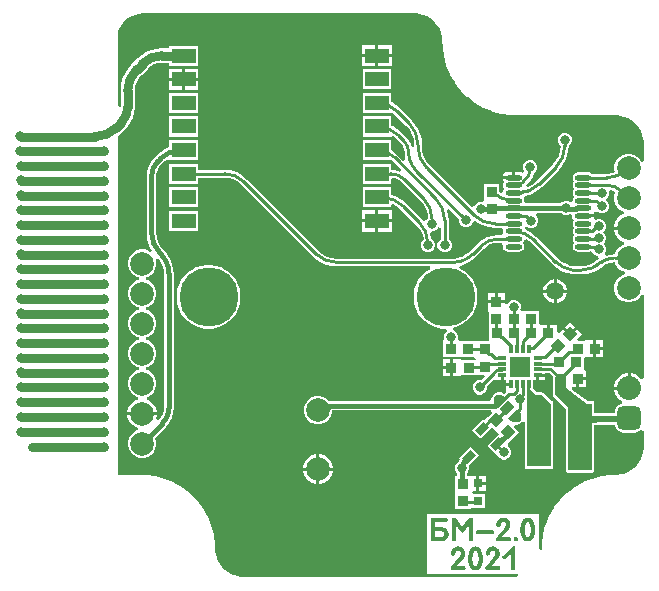
<source format=gtl>
G04*
G04 #@! TF.GenerationSoftware,Altium Limited,Altium Designer,21.0.8 (223)*
G04*
G04 Layer_Physical_Order=1*
G04 Layer_Color=2441676*
%FSLAX44Y44*%
%MOMM*%
G71*
G04*
G04 #@! TF.SameCoordinates,3C593E1E-8741-496A-A554-97E108CC9687*
G04*
G04*
G04 #@! TF.FilePolarity,Positive*
G04*
G01*
G75*
G04:AMPARAMS|DCode=10|XSize=0.6mm|YSize=1mm|CornerRadius=0mm|HoleSize=0mm|Usage=FLASHONLY|Rotation=315.000|XOffset=0mm|YOffset=0mm|HoleType=Round|Shape=Rectangle|*
%AMROTATEDRECTD10*
4,1,4,-0.5657,-0.1414,0.1414,0.5657,0.5657,0.1414,-0.1414,-0.5657,-0.5657,-0.1414,0.0*
%
%ADD10ROTATEDRECTD10*%

%ADD11R,0.9000X0.9500*%
G04:AMPARAMS|DCode=12|XSize=0.9mm|YSize=0.95mm|CornerRadius=0mm|HoleSize=0mm|Usage=FLASHONLY|Rotation=45.000|XOffset=0mm|YOffset=0mm|HoleType=Round|Shape=Rectangle|*
%AMROTATEDRECTD12*
4,1,4,0.0177,-0.6541,-0.6541,0.0177,-0.0177,0.6541,0.6541,-0.0177,0.0177,-0.6541,0.0*
%
%ADD12ROTATEDRECTD12*%

%ADD13R,0.8000X0.8000*%
%ADD14R,0.9500X0.9000*%
%ADD15R,2.0000X5.3000*%
%ADD16R,1.7500X1.7500*%
%ADD17R,0.3000X0.8000*%
%ADD18R,0.8000X0.3000*%
G04:AMPARAMS|DCode=19|XSize=0.5mm|YSize=0.5mm|CornerRadius=0.25mm|HoleSize=0mm|Usage=FLASHONLY|Rotation=45.000|XOffset=0mm|YOffset=0mm|HoleType=Round|Shape=RoundedRectangle|*
%AMROUNDEDRECTD19*
21,1,0.5000,0.0000,0,0,45.0*
21,1,0.0000,0.5000,0,0,45.0*
1,1,0.5000,0.0000,0.0000*
1,1,0.5000,0.0000,0.0000*
1,1,0.5000,0.0000,0.0000*
1,1,0.5000,0.0000,0.0000*
%
%ADD19ROUNDEDRECTD19*%
%ADD20C,1.5000*%
%ADD21R,2.0000X1.3000*%
%ADD22O,1.4000X0.4500*%
G04:AMPARAMS|DCode=23|XSize=0.9mm|YSize=0.95mm|CornerRadius=0mm|HoleSize=0mm|Usage=FLASHONLY|Rotation=135.000|XOffset=0mm|YOffset=0mm|HoleType=Round|Shape=Rectangle|*
%AMROTATEDRECTD23*
4,1,4,0.6541,0.0177,-0.0177,-0.6541,-0.6541,-0.0177,0.0177,0.6541,0.6541,0.0177,0.0*
%
%ADD23ROTATEDRECTD23*%

%ADD46C,0.8000*%
%ADD47C,0.4000*%
%ADD48C,0.2500*%
%ADD49C,0.2540*%
%ADD50R,3.7750X0.6250*%
G04:AMPARAMS|DCode=51|XSize=0.8mm|YSize=1.0488mm|CornerRadius=0mm|HoleSize=0mm|Usage=FLASHONLY|Rotation=135.000|XOffset=0mm|YOffset=0mm|HoleType=Round|Shape=Rectangle|*
%AMROTATEDRECTD51*
4,1,4,0.6536,0.0880,-0.0880,-0.6536,-0.6536,-0.0880,0.0880,0.6536,0.6536,0.0880,0.0*
%
%ADD51ROTATEDRECTD51*%

%ADD52C,2.0000*%
G04:AMPARAMS|DCode=53|XSize=2.032mm|YSize=2.032mm|CornerRadius=0.508mm|HoleSize=0mm|Usage=FLASHONLY|Rotation=180.000|XOffset=0mm|YOffset=0mm|HoleType=Round|Shape=RoundedRectangle|*
%AMROUNDEDRECTD53*
21,1,2.0320,1.0160,0,0,180.0*
21,1,1.0160,2.0320,0,0,180.0*
1,1,1.0160,-0.5080,0.5080*
1,1,1.0160,0.5080,0.5080*
1,1,1.0160,0.5080,-0.5080*
1,1,1.0160,-0.5080,-0.5080*
%
%ADD53ROUNDEDRECTD53*%
%ADD54C,2.0320*%
%ADD55C,5.0000*%
%ADD56C,0.8000*%
G36*
X345811Y481192D02*
X348919Y480783D01*
X351948Y479971D01*
X354844Y478772D01*
X357559Y477204D01*
X360046Y475296D01*
X362262Y473079D01*
X364171Y470592D01*
X365738Y467877D01*
X366938Y464981D01*
X367749Y461953D01*
X368158Y458845D01*
X368158Y457277D01*
X368172Y457211D01*
X368161Y457144D01*
X368285Y453330D01*
X368331Y453133D01*
X368318Y452931D01*
X369314Y445368D01*
X369400Y445113D01*
X369418Y444845D01*
X371392Y437476D01*
X371511Y437235D01*
X371564Y436971D01*
X374483Y429923D01*
X374632Y429700D01*
X374719Y429445D01*
X378533Y422839D01*
X378711Y422636D01*
X378829Y422395D01*
X383473Y416343D01*
X383676Y416166D01*
X383825Y415942D01*
X389219Y410548D01*
X389443Y410398D01*
X389620Y410196D01*
X395672Y405552D01*
X395914Y405433D01*
X396116Y405256D01*
X402722Y401442D01*
X402977Y401355D01*
X403201Y401206D01*
X410248Y398287D01*
X410512Y398234D01*
X410754Y398115D01*
X418122Y396141D01*
X418390Y396123D01*
X418645Y396037D01*
X426208Y395041D01*
X426410Y395054D01*
X426607Y395008D01*
X430421Y394883D01*
X430488Y394894D01*
X430555Y394881D01*
X514533D01*
X516100Y394881D01*
X519208Y394472D01*
X522236Y393661D01*
X525133Y392461D01*
X527848Y390893D01*
X530334Y388985D01*
X532551Y386768D01*
X534460Y384281D01*
X536027Y381566D01*
X537227Y378670D01*
X538038Y375642D01*
X538447Y372534D01*
Y356208D01*
X536447Y355672D01*
X535352Y357568D01*
X533118Y359802D01*
X530382Y361382D01*
X527330Y362200D01*
X524170D01*
X521118Y361382D01*
X518382Y359802D01*
X516148Y357568D01*
X514568Y354832D01*
X513750Y351780D01*
Y348620D01*
X514246Y346770D01*
X511592Y345965D01*
X507425Y345555D01*
X507279Y345584D01*
X494910D01*
X493908Y346253D01*
X492250Y346583D01*
X482750D01*
X481092Y346253D01*
X479686Y345314D01*
X478747Y343908D01*
X478417Y342250D01*
X478747Y340592D01*
X479588Y339000D01*
X478747Y337408D01*
X478417Y335750D01*
X478747Y334092D01*
X479686Y332686D01*
Y332314D01*
X478747Y330908D01*
X478417Y329250D01*
X478747Y327592D01*
X479588Y326000D01*
X478747Y324408D01*
X478417Y322750D01*
X478442Y322621D01*
X476599Y321636D01*
X476399Y321837D01*
X474193Y322750D01*
X471806D01*
X469601Y321837D01*
X468093Y320328D01*
X438966D01*
X437499Y322328D01*
X437583Y322750D01*
X437286Y324244D01*
X437280Y324463D01*
X438265Y326494D01*
X441616Y327299D01*
X442442Y327641D01*
X442448Y327639D01*
X442604Y327670D01*
X443685Y328392D01*
X443686Y328392D01*
X443690Y328398D01*
X444055Y328620D01*
X445035Y329026D01*
X448883Y331384D01*
X452314Y334315D01*
X452297Y334332D01*
X466668Y348703D01*
X466685Y348686D01*
X469616Y352117D01*
X471974Y355965D01*
X473701Y360134D01*
X474755Y364522D01*
X475109Y369021D01*
X476451Y370465D01*
X476837Y370851D01*
X477750Y373056D01*
Y375443D01*
X476837Y377649D01*
X475149Y379337D01*
X472943Y380250D01*
X470556D01*
X468351Y379337D01*
X466664Y377649D01*
X465750Y375443D01*
Y373056D01*
X466664Y370851D01*
X468351Y369163D01*
X468416Y369137D01*
Y369021D01*
X468445Y368875D01*
X468035Y364708D01*
X466777Y360560D01*
X464733Y356738D01*
X462077Y353501D01*
X461953Y353418D01*
X447582Y339047D01*
X447499Y338923D01*
X444262Y336267D01*
X440440Y334224D01*
X439673Y333991D01*
X438712Y335789D01*
X440771Y337479D01*
X442929Y340109D01*
X443772Y341687D01*
X444034Y342078D01*
X444065Y342234D01*
X444533Y343109D01*
X445319Y345701D01*
X445899Y345941D01*
X447587Y347629D01*
X448500Y349834D01*
Y352221D01*
X447587Y354426D01*
X445899Y356114D01*
X443693Y357028D01*
X441306D01*
X439101Y356114D01*
X437413Y354426D01*
X436500Y352221D01*
Y349834D01*
X437413Y347629D01*
X436122Y346092D01*
X435119Y346762D01*
X433250Y347134D01*
X429770D01*
Y342250D01*
X428500D01*
Y340980D01*
X419119D01*
X419238Y340381D01*
X420297Y338797D01*
X420558Y338622D01*
X419747Y337408D01*
X419417Y335750D01*
X419747Y334092D01*
X420686Y332686D01*
Y332314D01*
X419747Y330908D01*
X419701Y330677D01*
X417758Y329594D01*
X416992Y329918D01*
X416500Y330430D01*
Y337000D01*
X403500D01*
Y323500D01*
X403500D01*
X403500Y322963D01*
X401943Y321750D01*
X399557D01*
X397351Y320836D01*
X395663Y319149D01*
X395115Y317824D01*
X392902Y317208D01*
X357297Y352813D01*
X357173Y352896D01*
X354517Y356133D01*
X352473Y359955D01*
X351215Y364103D01*
X350805Y368270D01*
X350834Y368416D01*
Y370229D01*
X350859D01*
X350505Y374728D01*
X349451Y379116D01*
X347724Y383285D01*
X345366Y387133D01*
X342435Y390564D01*
X342418Y390547D01*
X332179Y400786D01*
X332179Y400787D01*
X332193Y400801D01*
X328912Y403603D01*
X325233Y405858D01*
X324750Y406058D01*
Y414000D01*
X300750D01*
Y397000D01*
X324750D01*
Y397000D01*
X325791Y397492D01*
X325986Y397332D01*
X327463Y396071D01*
X328849Y394685D01*
X337703Y385832D01*
X337827Y385749D01*
X340483Y382512D01*
X342527Y378690D01*
X343785Y374542D01*
X344195Y370375D01*
X344166Y370229D01*
X344141Y368416D01*
X342161Y368301D01*
X341541Y370345D01*
X339948Y373325D01*
X337805Y375937D01*
X337792Y375923D01*
X337792Y375924D01*
X333297Y380418D01*
X333314Y380435D01*
X329883Y383366D01*
X326035Y385724D01*
X324750Y386256D01*
Y394000D01*
X300750D01*
Y377000D01*
X324750D01*
Y377000D01*
X326750Y377262D01*
X328499Y375827D01*
X328582Y375703D01*
X333077Y371208D01*
X333147Y371161D01*
X334777Y369038D01*
X335833Y366487D01*
X335939Y365680D01*
X336108Y363750D01*
X336108D01*
X336596Y358795D01*
X336880Y357859D01*
X335387Y356589D01*
X335185Y356530D01*
X330045Y361670D01*
X330083Y361708D01*
X326368Y364757D01*
X324750Y365622D01*
Y374000D01*
X300750D01*
Y357000D01*
X324750D01*
X326321Y355964D01*
X333352Y348933D01*
X332148Y347309D01*
X332026Y347374D01*
X328353Y348488D01*
X324750Y348843D01*
Y354000D01*
X300750D01*
Y337000D01*
X324750D01*
Y340668D01*
X326254Y341987D01*
X327879Y341773D01*
X330998Y340481D01*
X333561Y338515D01*
X333643Y338392D01*
X349533Y322502D01*
X349656Y322420D01*
X352313Y319183D01*
X354356Y315360D01*
X355614Y311213D01*
X355923Y308080D01*
X354243Y306400D01*
X354133Y306134D01*
X351816Y305767D01*
X350838Y306912D01*
X350820Y306895D01*
X350820Y306895D01*
X337297Y320418D01*
X337314Y320435D01*
X333883Y323366D01*
X330035Y325724D01*
X325866Y327451D01*
X324750Y327719D01*
Y334000D01*
X300750D01*
Y317000D01*
X324750D01*
Y318627D01*
X326750Y319826D01*
X329262Y318483D01*
X332499Y315827D01*
X332582Y315703D01*
X346105Y302180D01*
X346229Y302097D01*
X348885Y298860D01*
X350928Y295038D01*
X352187Y290890D01*
X352267Y290072D01*
X350816Y288620D01*
X349902Y286415D01*
Y284028D01*
X350816Y281822D01*
X352503Y280135D01*
X354709Y279221D01*
X357095D01*
X359301Y280135D01*
X360989Y281822D01*
X361902Y284028D01*
Y286415D01*
X360989Y288620D01*
X359301Y290308D01*
X358956Y290451D01*
X358907Y291076D01*
X357945Y295080D01*
X358555Y296170D01*
X359381Y297001D01*
X360523D01*
X362728Y297915D01*
X364416Y299603D01*
X364666Y300206D01*
X366666Y299808D01*
Y290113D01*
X366601Y290086D01*
X364913Y288399D01*
X364000Y286194D01*
Y283806D01*
X364913Y281601D01*
X366601Y279913D01*
X368806Y279000D01*
X371194D01*
X373399Y279913D01*
X375087Y281601D01*
X376000Y283806D01*
Y286194D01*
X375087Y288399D01*
X373399Y290086D01*
X373334Y290113D01*
Y306479D01*
X373359D01*
X373005Y310978D01*
X372180Y314410D01*
X373993Y315426D01*
X382051Y307368D01*
X381994Y307229D01*
Y304842D01*
X382907Y302637D01*
X384595Y300949D01*
X386800Y300036D01*
X389187D01*
X391393Y300949D01*
X393080Y302637D01*
X393806Y304388D01*
X395841Y305279D01*
X396012Y305134D01*
X399860Y302776D01*
X404029Y301049D01*
X408417Y299995D01*
X412916Y299641D01*
Y299666D01*
X418365D01*
X419599Y297666D01*
X419417Y296750D01*
X419649Y295584D01*
X418809Y294081D01*
X418349Y293584D01*
X415235D01*
Y293635D01*
X410578Y293176D01*
X406101Y291818D01*
X401974Y289612D01*
X398357Y286644D01*
X398392Y286607D01*
X391518Y279733D01*
X391449Y279630D01*
X388430Y277153D01*
X384879Y275254D01*
X383328Y274784D01*
X381025Y274085D01*
X377138Y273702D01*
X377017Y273726D01*
X278879D01*
X278732Y273697D01*
X274565Y274108D01*
X270418Y275366D01*
X266595Y277409D01*
X263358Y280065D01*
X263276Y280189D01*
X202108Y341357D01*
X202149Y341399D01*
X198272Y344581D01*
X193849Y346946D01*
X189049Y348402D01*
X184058Y348893D01*
Y348834D01*
X161000D01*
Y354000D01*
X137000D01*
Y337000D01*
X161000D01*
Y342166D01*
X184058D01*
X184152Y342185D01*
X187742Y341831D01*
X191285Y340756D01*
X194550Y339011D01*
X197339Y336722D01*
X197393Y336642D01*
X258561Y275474D01*
X258543Y275457D01*
X261975Y272526D01*
X265823Y270168D01*
X269992Y268441D01*
X274380Y267388D01*
X278879Y267034D01*
Y267058D01*
X357516D01*
X357996Y265058D01*
X356689Y264393D01*
X353251Y261894D01*
X350246Y258889D01*
X347747Y255451D01*
X345818Y251664D01*
X344505Y247623D01*
X343840Y243425D01*
Y239175D01*
X344505Y234977D01*
X345818Y230936D01*
X347747Y227149D01*
X350246Y223711D01*
X353251Y220706D01*
X356689Y218207D01*
X360476Y216278D01*
X364518Y214965D01*
X368715Y214300D01*
X371274D01*
X371737Y212594D01*
X371748Y212300D01*
X370114Y210666D01*
X369201Y208461D01*
Y206074D01*
X369428Y205527D01*
X368793Y203526D01*
X368793D01*
Y190527D01*
X381293D01*
X382793Y190527D01*
X384293Y190527D01*
X394993D01*
X396331Y188526D01*
X396132Y188045D01*
X395921Y187838D01*
X384839D01*
X383063Y188378D01*
X381746Y188378D01*
X377043D01*
Y181338D01*
Y174298D01*
X381746D01*
X383063Y174298D01*
X384839Y174838D01*
X397023D01*
Y174838D01*
X397500Y175500D01*
X403451D01*
X404216Y173652D01*
X401027Y170464D01*
X400852Y170536D01*
X398465D01*
X396260Y169623D01*
X394572Y167935D01*
X393658Y165730D01*
Y163343D01*
X394572Y161138D01*
X396260Y159450D01*
X398465Y158536D01*
X400852D01*
X403057Y159450D01*
X404745Y161138D01*
X405658Y163343D01*
Y165722D01*
X411104Y171168D01*
X412210Y170710D01*
Y170710D01*
X417480D01*
Y174750D01*
X420020D01*
Y170710D01*
X422210D01*
Y168520D01*
X426250D01*
Y165980D01*
X422210D01*
Y160958D01*
X420658Y159405D01*
X419041Y160205D01*
X419041Y160205D01*
X418273Y160411D01*
X416035Y160561D01*
X416035Y160561D01*
X415246Y160458D01*
X413122Y159739D01*
X412432Y159342D01*
X411588Y158603D01*
X411546Y158549D01*
X411489Y158511D01*
X411439Y158436D01*
X411370Y158380D01*
X410631Y157501D01*
X410248Y156804D01*
X409557Y154615D01*
X409557Y154614D01*
X409469Y153824D01*
X407675Y153328D01*
X273093D01*
X271883Y153088D01*
X270118Y154852D01*
X267382Y156432D01*
X264330Y157250D01*
X261170D01*
X258118Y156432D01*
X255382Y154852D01*
X253148Y152618D01*
X251568Y149882D01*
X250750Y146830D01*
Y143670D01*
X251568Y140618D01*
X253148Y137882D01*
X255382Y135648D01*
X258118Y134068D01*
X261170Y133250D01*
X264330D01*
X267382Y134068D01*
X270118Y135648D01*
X272352Y137882D01*
X273932Y140618D01*
X274750Y143670D01*
Y145172D01*
X409510D01*
X410275Y143324D01*
X406529Y139578D01*
X406257Y139396D01*
X403904Y137043D01*
X402711Y138235D01*
X392812Y128336D01*
X399883Y121265D01*
X409782Y131164D01*
X411229Y129829D01*
X412843Y128215D01*
X413550Y127507D01*
X414811Y126247D01*
X416146Y124800D01*
X406247Y114901D01*
X413318Y107830D01*
X413318Y107830D01*
Y107830D01*
X414945Y106628D01*
X415163Y106101D01*
X416851Y104413D01*
X419057Y103500D01*
X421443D01*
X423649Y104413D01*
X425337Y106101D01*
X426250Y108307D01*
Y110694D01*
X425337Y112899D01*
X423649Y114586D01*
X423504Y116653D01*
X423803Y117254D01*
X432996Y126447D01*
X428413Y131030D01*
X429296Y132975D01*
X430510Y132894D01*
X430510Y132894D01*
X431299Y132997D01*
X433424Y133716D01*
X434113Y134113D01*
X434957Y134851D01*
X434999Y134906D01*
X435056Y134944D01*
X435106Y135019D01*
X435175Y135075D01*
X435714Y135716D01*
X436576Y135632D01*
X437715Y135078D01*
X437724Y97750D01*
X437750Y97618D01*
Y95750D01*
X439566D01*
X439763Y95711D01*
X459750D01*
X459947Y95750D01*
X461750D01*
Y97553D01*
X461789Y97750D01*
Y150750D01*
X461750Y150947D01*
Y152750D01*
X460634D01*
X453442Y159942D01*
X452780Y160384D01*
X452000Y160539D01*
X448126D01*
X444778Y164064D01*
Y164500D01*
X444772Y164528D01*
X444777Y164557D01*
X444750Y165534D01*
Y170710D01*
X447480D01*
Y174750D01*
X448750D01*
Y176020D01*
X455290D01*
Y176436D01*
X458877D01*
X461500Y173814D01*
Y173197D01*
X461461Y173000D01*
Y159077D01*
X461536Y158701D01*
X461605Y158324D01*
X461613Y158311D01*
X461616Y158297D01*
X461829Y157978D01*
X462038Y157656D01*
X472711Y146672D01*
X472711Y94500D01*
X472866Y93720D01*
X473308Y93058D01*
X473970Y92616D01*
X474750Y92461D01*
X494750D01*
X495530Y92616D01*
X496192Y93058D01*
X496634Y93720D01*
X496789Y94500D01*
Y132711D01*
X514129D01*
X514272Y131622D01*
X514986Y129900D01*
X516120Y128420D01*
X517599Y127286D01*
X519322Y126572D01*
X521170Y126329D01*
X531330D01*
X533178Y126572D01*
X534901Y127286D01*
X536380Y128420D01*
X536447Y128509D01*
X538447Y127830D01*
Y112800D01*
X538038Y109692D01*
X537227Y106663D01*
X536027Y103767D01*
X534460Y101052D01*
X532551Y98565D01*
X530335Y96348D01*
X527848Y94440D01*
X525133Y92873D01*
X522236Y91673D01*
X519208Y90862D01*
X516100Y90452D01*
X514533Y90452D01*
X514466Y90439D01*
X514399Y90450D01*
X510585Y90325D01*
X510388Y90280D01*
X510186Y90293D01*
X502623Y89297D01*
X502369Y89211D01*
X502100Y89193D01*
X494732Y87219D01*
X494490Y87100D01*
X494226Y87047D01*
X487179Y84128D01*
X486955Y83978D01*
X486700Y83892D01*
X480094Y80078D01*
X479892Y79900D01*
X479650Y79781D01*
X473598Y75138D01*
X473421Y74935D01*
X473197Y74786D01*
X467803Y69392D01*
X467654Y69168D01*
X467452Y68991D01*
X462808Y62939D01*
X462689Y62697D01*
X462511Y62495D01*
X458697Y55889D01*
X458611Y55634D01*
X458461Y55410D01*
X455542Y48363D01*
X455489Y48099D01*
X455370Y47857D01*
X453396Y40489D01*
X453378Y40220D01*
X453292Y39966D01*
X452296Y32403D01*
X452309Y32201D01*
X452264Y32004D01*
X452139Y28190D01*
X452150Y28123D01*
X452136Y28056D01*
Y27132D01*
X451961Y26909D01*
X449961Y27601D01*
Y57819D01*
X355039D01*
Y6500D01*
X432380D01*
X432511Y4500D01*
X429790Y4142D01*
X198048D01*
X194939Y4551D01*
X191912Y5362D01*
X189015Y6562D01*
X186300Y8129D01*
X183813Y10038D01*
X181597Y12255D01*
X179688Y14742D01*
X178121Y17456D01*
X176921Y20353D01*
X176110Y23381D01*
X175701Y26489D01*
X175701Y28056D01*
X175687Y28123D01*
X175698Y28190D01*
X175574Y32004D01*
X175528Y32201D01*
X175541Y32403D01*
X174545Y39966D01*
X174459Y40220D01*
X174441Y40489D01*
X172467Y47857D01*
X172348Y48099D01*
X172295Y48363D01*
X169376Y55410D01*
X169226Y55634D01*
X169140Y55889D01*
X165326Y62495D01*
X165149Y62697D01*
X165030Y62939D01*
X160386Y68991D01*
X160183Y69168D01*
X160034Y69392D01*
X154640Y74786D01*
X154416Y74935D01*
X154239Y75138D01*
X148187Y79781D01*
X147945Y79900D01*
X147743Y80078D01*
X141137Y83892D01*
X140882Y83978D01*
X140658Y84128D01*
X133611Y87047D01*
X133347Y87100D01*
X133105Y87219D01*
X125737Y89193D01*
X125469Y89211D01*
X125214Y89297D01*
X117651Y90293D01*
X117449Y90280D01*
X117252Y90325D01*
X113438Y90450D01*
X113371Y90439D01*
X113304Y90452D01*
X93500D01*
Y377673D01*
X96245Y380017D01*
X96389Y380114D01*
X100538Y384263D01*
X100540Y384261D01*
X101766Y385754D01*
X101766Y385755D01*
X103653Y388053D01*
X105965Y392380D01*
X107390Y397075D01*
X107871Y401958D01*
X107868D01*
Y415729D01*
X107811Y416011D01*
X108156Y419507D01*
X109258Y423140D01*
X111048Y426488D01*
X113277Y429204D01*
X113515Y429364D01*
X118576Y434424D01*
X118714Y434631D01*
X121101Y436590D01*
X124040Y438161D01*
X127229Y439128D01*
X130302Y439431D01*
X130546Y439383D01*
X137000D01*
Y437000D01*
X161000D01*
Y454000D01*
X137000D01*
Y451618D01*
X130546D01*
X130315Y451572D01*
X125988Y451231D01*
X121543Y450164D01*
X117319Y448414D01*
X113420Y446025D01*
X110120Y443206D01*
X109924Y443076D01*
X104864Y438015D01*
X104767Y437871D01*
X101668Y434243D01*
X99086Y430028D01*
X97194Y425462D01*
X96041Y420656D01*
X95666Y415899D01*
X95632Y415729D01*
Y402180D01*
X95505Y401781D01*
X95500Y401775D01*
X93500Y402422D01*
Y466325D01*
X94143Y467877D01*
X95710Y470592D01*
X97618Y473079D01*
X99835Y475296D01*
X102322Y477204D01*
X105037Y478772D01*
X107934Y479971D01*
X110962Y480783D01*
X114069Y481192D01*
X115637Y481192D01*
X344244D01*
X345811Y481192D01*
D02*
G37*
G36*
X511197Y332007D02*
X513254Y331155D01*
X514568Y329432D01*
X513750Y326380D01*
Y323220D01*
X514568Y320168D01*
X516148Y317432D01*
X518382Y315198D01*
X521118Y313618D01*
X521876Y313415D01*
Y311344D01*
X520910Y311085D01*
X518050Y309435D01*
X515715Y307100D01*
X514065Y304240D01*
X513210Y301051D01*
Y300670D01*
X525750D01*
Y298130D01*
X513210D01*
Y297749D01*
X514065Y294560D01*
X515715Y291700D01*
X518050Y289366D01*
X520910Y287715D01*
X521876Y287456D01*
Y285385D01*
X521118Y285182D01*
X518382Y283602D01*
X516148Y281368D01*
X514568Y278632D01*
X514222Y277340D01*
X510136Y277019D01*
X506910Y276244D01*
X505895Y278057D01*
X505955Y278118D01*
X506869Y280323D01*
Y282710D01*
X505955Y284915D01*
X504482Y286389D01*
X505707Y287614D01*
X506621Y289820D01*
Y292207D01*
X505707Y294412D01*
X504030Y296089D01*
X505670Y297729D01*
X506583Y299934D01*
Y302321D01*
X505670Y304526D01*
X503982Y306214D01*
X501777Y307127D01*
X499390D01*
X498386Y306712D01*
X497591Y307284D01*
X496832Y308233D01*
X496881Y308480D01*
X487500D01*
Y311020D01*
X496881D01*
X496762Y311619D01*
X496381Y312189D01*
X496588Y313318D01*
X496615Y313357D01*
X499007Y313508D01*
X499601Y312913D01*
X501806Y312000D01*
X504193D01*
X506399Y312913D01*
X508087Y314601D01*
X509000Y316807D01*
Y319193D01*
X508087Y321399D01*
X507292Y322193D01*
X506613Y323500D01*
X507292Y324807D01*
X508087Y325601D01*
X509000Y327807D01*
Y330193D01*
X508962Y330284D01*
X510368Y332116D01*
X511197Y332007D01*
D02*
G37*
G36*
X469601Y311663D02*
X471806Y310750D01*
X474193D01*
X475332Y311222D01*
X475582Y311172D01*
X475583Y311172D01*
X476699D01*
X477866Y309750D01*
X478238Y307881D01*
X479297Y306297D01*
X479558Y306122D01*
X478747Y304908D01*
X478417Y303250D01*
X478747Y301592D01*
X479686Y300186D01*
Y299814D01*
X478747Y298408D01*
X478417Y296750D01*
X478747Y295092D01*
X479686Y293686D01*
Y293314D01*
X478747Y291908D01*
X478417Y290250D01*
X478747Y288592D01*
X479588Y287000D01*
X478747Y285408D01*
X478417Y283750D01*
X478747Y282092D01*
X479686Y280686D01*
X481092Y279747D01*
X482750Y279417D01*
X492250D01*
X493908Y279747D01*
X495592Y278576D01*
X495782Y278118D01*
X497470Y276430D01*
X499675Y275516D01*
X500047D01*
X500611Y273516D01*
X498380Y272149D01*
X495477Y269669D01*
X493670Y268703D01*
X489522Y267445D01*
X485355Y267035D01*
X485209Y267064D01*
X482851D01*
X481098Y267089D01*
X480880Y267110D01*
X480643Y267137D01*
X480643Y267137D01*
X480624D01*
X480497Y267138D01*
X479553Y267205D01*
X478449Y267350D01*
X478279Y267367D01*
X477524Y267486D01*
X476567Y267722D01*
X473330Y268703D01*
X469508Y270747D01*
X466271Y273403D01*
X466188Y273527D01*
X448916Y290799D01*
X447515Y292227D01*
X447515Y292227D01*
X444306Y294967D01*
X440709Y297172D01*
X438704Y298002D01*
X437835Y300278D01*
X439870Y300782D01*
X442075Y299869D01*
X444462D01*
X446668Y300782D01*
X448355Y302470D01*
X449269Y304675D01*
Y307062D01*
X448355Y309267D01*
X447451Y310172D01*
X448279Y312172D01*
X469093D01*
X469601Y311663D01*
D02*
G37*
G36*
X439744Y290040D02*
X441308Y288756D01*
X442787Y287498D01*
X444173Y286112D01*
X461473Y268812D01*
X461473Y268812D01*
X461456Y268794D01*
X464887Y265864D01*
X468735Y263506D01*
X472904Y261779D01*
X475387Y261183D01*
X477318Y260680D01*
X477403Y260645D01*
X477414Y260711D01*
X478855Y260521D01*
X480643Y260286D01*
X482010Y260367D01*
X482682Y260396D01*
X485209D01*
Y260371D01*
X489708Y260725D01*
X494096Y261779D01*
X498265Y263506D01*
X502113Y265864D01*
X504982Y268314D01*
X506516Y269134D01*
X510380Y270306D01*
X514215Y270684D01*
X514568Y269368D01*
X516148Y266632D01*
X518382Y264398D01*
X521118Y262818D01*
X522919Y262335D01*
Y260265D01*
X521118Y259782D01*
X518382Y258202D01*
X516148Y255968D01*
X514568Y253232D01*
X513750Y250180D01*
Y247020D01*
X514568Y243968D01*
X516148Y241232D01*
X518382Y238998D01*
X521118Y237418D01*
X524170Y236600D01*
X527330D01*
X530382Y237418D01*
X533118Y238998D01*
X535352Y241232D01*
X536447Y243128D01*
X538447Y242592D01*
Y172224D01*
X536447Y171688D01*
X536413Y171748D01*
X534048Y174112D01*
X531152Y175784D01*
X527922Y176650D01*
X527520D01*
Y163950D01*
X526250D01*
Y162680D01*
X513550D01*
Y162278D01*
X514416Y159048D01*
X516087Y156152D01*
X518452Y153787D01*
X520366Y152683D01*
X519954Y150611D01*
X519322Y150528D01*
X517599Y149814D01*
X516120Y148680D01*
X514986Y147201D01*
X514272Y145478D01*
X514029Y143630D01*
Y143039D01*
X496789D01*
Y147500D01*
X496759Y147650D01*
X496767Y147803D01*
X496750Y147849D01*
Y152750D01*
X491075D01*
X477590Y162710D01*
X478249Y164710D01*
X481480D01*
Y171750D01*
X482750D01*
Y173020D01*
X490040D01*
Y178790D01*
X489956D01*
X488250Y179500D01*
Y189588D01*
X489900Y190432D01*
X491217Y190432D01*
X495920D01*
Y197472D01*
Y204512D01*
X491217D01*
X489900Y204512D01*
X488124Y203972D01*
X482562D01*
X481797Y205820D01*
X486182Y210205D01*
X482102Y214285D01*
X476947Y209130D01*
X476049Y210028D01*
X475151Y209130D01*
X470173Y214108D01*
X467040Y210976D01*
X465040Y211804D01*
Y217540D01*
X459020D01*
Y210500D01*
X456480D01*
Y217540D01*
X450460D01*
X449750Y219246D01*
Y229000D01*
X436250D01*
Y229000D01*
X435250D01*
X434166Y231000D01*
X434500Y231807D01*
Y234193D01*
X433587Y236399D01*
X431899Y238087D01*
X429693Y239000D01*
X427307D01*
X425101Y238087D01*
X423413Y236399D01*
X422790Y234894D01*
X420790Y235291D01*
Y235730D01*
X413750D01*
Y237000D01*
D01*
Y235730D01*
X406710D01*
Y231026D01*
X406710Y229710D01*
X407250Y227934D01*
Y215750D01*
X407511D01*
Y203963D01*
X405703Y203500D01*
X397500D01*
Y203500D01*
X396793Y203526D01*
Y203526D01*
X384293D01*
X382293Y203526D01*
X380974Y205527D01*
X381201Y206074D01*
Y208461D01*
X380287Y210666D01*
X378600Y212354D01*
X377179Y212942D01*
X377166Y214487D01*
X377364Y215030D01*
X381204Y216278D01*
X384991Y218207D01*
X388429Y220706D01*
X391434Y223711D01*
X393932Y227149D01*
X395862Y230936D01*
X397175Y234977D01*
X397840Y239175D01*
Y243425D01*
X397175Y247623D01*
X395862Y251664D01*
X393932Y255451D01*
X391434Y258889D01*
X388429Y261894D01*
X384991Y264393D01*
X382567Y265628D01*
X382817Y267745D01*
X385410Y268367D01*
X385421Y268370D01*
X389363Y270003D01*
X393002Y272232D01*
X396247Y275004D01*
X396247Y275004D01*
X397647Y276432D01*
X403108Y281893D01*
X403145Y281949D01*
X405696Y284042D01*
X408664Y285629D01*
X411885Y286606D01*
X415169Y286929D01*
X415235Y286916D01*
X418349D01*
X418809Y286419D01*
X419649Y284916D01*
X419417Y283750D01*
X419747Y282092D01*
X420686Y280686D01*
X422092Y279747D01*
X423750Y279417D01*
X433250D01*
X434908Y279747D01*
X436314Y280686D01*
X437253Y282092D01*
X437583Y283750D01*
X437253Y285408D01*
X436412Y287000D01*
X437253Y288592D01*
X437345Y289054D01*
X439481Y290180D01*
X439744Y290040D01*
D02*
G37*
G36*
X442564Y170750D02*
X442739Y164500D01*
Y163250D01*
X447250Y158500D01*
X452000D01*
X459750Y150750D01*
Y97750D01*
X439763D01*
X439750Y150750D01*
X439997Y170006D01*
D01*
Y170006D01*
Y170006D01*
X439936Y170121D01*
X439874Y170373D01*
X439875Y170633D01*
X439939Y170885D01*
X440000Y171000D01*
X442564Y170750D01*
D02*
G37*
G36*
X418137Y158377D02*
X420148Y157382D01*
X420886Y156538D01*
X422477Y154948D01*
X415052Y147523D01*
X413638Y148937D01*
X413638Y148937D01*
X412759Y149676D01*
X411700Y151713D01*
X411501Y154000D01*
X412193Y156190D01*
X412931Y157069D01*
X412931D01*
X413775Y157807D01*
X415900Y158526D01*
X418137Y158377D01*
D02*
G37*
G36*
X432907Y144518D02*
Y144518D01*
X433786Y143779D01*
X434845Y141742D01*
X435044Y139455D01*
X434352Y137265D01*
X433614Y136386D01*
X433614D01*
X432770Y135648D01*
X430646Y134929D01*
X428408Y135078D01*
X426397Y136072D01*
X425659Y136916D01*
X424068Y138507D01*
X431493Y145932D01*
X432907Y144518D01*
D02*
G37*
G36*
X472750Y173000D02*
X472750Y163750D01*
X494750Y147500D01*
Y94500D01*
X474750D01*
X474750Y147500D01*
X463500Y159077D01*
Y173000D01*
X472750Y173000D01*
D02*
G37*
G36*
X392631Y54347D02*
X392797Y54319D01*
X392991Y54236D01*
X393214Y54153D01*
X393436Y54014D01*
X393630Y53847D01*
X393658Y53820D01*
X393713Y53764D01*
X393797Y53653D01*
X393908Y53487D01*
X394019Y53292D01*
X394102Y53098D01*
X394157Y52848D01*
X394185Y52570D01*
Y35941D01*
Y35913D01*
Y35802D01*
X394157Y35663D01*
X394102Y35469D01*
X394046Y35247D01*
X393935Y35025D01*
X393769Y34803D01*
X393574Y34581D01*
X393547Y34553D01*
X393491Y34525D01*
X393380Y34442D01*
X393241Y34358D01*
X393047Y34275D01*
X392853Y34220D01*
X392603Y34164D01*
X392353Y34136D01*
X392242D01*
X392103Y34164D01*
X391936Y34220D01*
X391742Y34275D01*
X391520Y34358D01*
X391270Y34497D01*
X391048Y34692D01*
X391020Y34719D01*
X390965Y34775D01*
X390882Y34858D01*
X390798Y34997D01*
X390687Y35191D01*
X390604Y35386D01*
X390548Y35635D01*
X390521Y35941D01*
Y48489D01*
X386606Y42409D01*
X386578Y42382D01*
X386495Y42298D01*
X386384Y42160D01*
X386217Y42049D01*
X385995Y41910D01*
X385746Y41771D01*
X385468Y41688D01*
X385135Y41660D01*
X384968D01*
X384802Y41688D01*
X384607Y41743D01*
X384357Y41854D01*
X384108Y41965D01*
X383858Y42160D01*
X383636Y42409D01*
X379721Y48462D01*
Y35941D01*
Y35913D01*
Y35802D01*
X379693Y35663D01*
X379638Y35469D01*
X379582Y35247D01*
X379471Y35025D01*
X379305Y34803D01*
X379110Y34581D01*
X379083Y34553D01*
X379027Y34525D01*
X378916Y34442D01*
X378750Y34358D01*
X378583Y34275D01*
X378361Y34220D01*
X378139Y34164D01*
X377889Y34136D01*
X377778D01*
X377639Y34164D01*
X377472Y34220D01*
X377250Y34275D01*
X377028Y34358D01*
X376806Y34497D01*
X376556Y34692D01*
X376529Y34719D01*
X376473Y34775D01*
X376390Y34858D01*
X376306Y34997D01*
X376223Y35191D01*
X376140Y35386D01*
X376084Y35635D01*
X376057Y35941D01*
Y52570D01*
Y52598D01*
Y52681D01*
X376084Y52820D01*
X376112Y52987D01*
X376195Y53181D01*
X376279Y53403D01*
X376417Y53625D01*
X376584Y53820D01*
X376612Y53847D01*
X376695Y53903D01*
X376806Y53986D01*
X376945Y54097D01*
X377139Y54208D01*
X377361Y54292D01*
X377611Y54347D01*
X377889Y54375D01*
X378638D01*
X378805Y54347D01*
X378999Y54292D01*
X379221Y54181D01*
X379471Y54070D01*
X379721Y53875D01*
X379943Y53625D01*
X385107Y46324D01*
X390271Y53625D01*
X390299Y53653D01*
X390382Y53736D01*
X390493Y53875D01*
X390659Y54014D01*
X390882Y54125D01*
X391131Y54264D01*
X391437Y54347D01*
X391770Y54375D01*
X392492D01*
X392631Y54347D01*
D02*
G37*
G36*
X410315Y43492D02*
X410593Y43437D01*
X410898Y43326D01*
X411203Y43131D01*
X411342Y42992D01*
X411481Y42826D01*
X411564Y42632D01*
X411648Y42437D01*
X411703Y42160D01*
X411731Y41882D01*
Y41854D01*
Y41799D01*
Y41743D01*
X411703Y41632D01*
X411648Y41354D01*
X411537Y41077D01*
X411315Y40771D01*
X411203Y40633D01*
X411037Y40494D01*
X410843Y40383D01*
X410620Y40327D01*
X410371Y40272D01*
X410065Y40244D01*
X398211D01*
X398100Y40272D01*
X397822Y40327D01*
X397545Y40438D01*
X397239Y40633D01*
X397100Y40771D01*
X396962Y40938D01*
X396850Y41132D01*
X396795Y41354D01*
X396739Y41604D01*
X396712Y41882D01*
Y41910D01*
Y41965D01*
Y42021D01*
X396739Y42132D01*
X396795Y42409D01*
X396906Y42715D01*
X397100Y42992D01*
X397239Y43131D01*
X397406Y43270D01*
X397600Y43381D01*
X397822Y43437D01*
X398072Y43492D01*
X398350Y43520D01*
X410232D01*
X410315Y43492D01*
D02*
G37*
G36*
X420198Y54375D02*
X420448Y54347D01*
X420754Y54319D01*
X421087Y54264D01*
X421475Y54153D01*
X421836Y54042D01*
X421864D01*
X421920Y54014D01*
X422003Y53959D01*
X422142Y53903D01*
X422308Y53847D01*
X422475Y53736D01*
X422891Y53514D01*
X423363Y53181D01*
X423863Y52793D01*
X424335Y52320D01*
X424779Y51765D01*
Y51737D01*
X424835Y51682D01*
X424890Y51599D01*
X424946Y51488D01*
X425029Y51349D01*
X425112Y51182D01*
X425307Y50766D01*
X425501Y50238D01*
X425668Y49683D01*
X425779Y49045D01*
X425834Y48351D01*
Y48323D01*
Y48267D01*
Y48156D01*
X425806Y47990D01*
Y47823D01*
X425779Y47601D01*
X425668Y47101D01*
X425501Y46518D01*
X425279Y45880D01*
X424946Y45241D01*
X424724Y44908D01*
X424502Y44603D01*
X418810Y37968D01*
X424474D01*
X424585Y37940D01*
X424890Y37884D01*
X425223Y37745D01*
X425556Y37523D01*
X425723Y37385D01*
X425862Y37218D01*
X425973Y36996D01*
X426056Y36746D01*
X426112Y36468D01*
X426139Y36163D01*
Y36135D01*
Y36080D01*
Y35996D01*
X426112Y35885D01*
X426056Y35580D01*
X425917Y35275D01*
X425695Y34941D01*
X425556Y34775D01*
X425362Y34636D01*
X425168Y34525D01*
X424918Y34442D01*
X424640Y34386D01*
X424307Y34358D01*
X415146D01*
X415035Y34386D01*
X414729Y34442D01*
X414368Y34553D01*
X413980Y34747D01*
X413813Y34886D01*
X413674Y35025D01*
X413563Y35219D01*
X413452Y35413D01*
X413397Y35663D01*
X413369Y35941D01*
Y35969D01*
Y36052D01*
X413397Y36191D01*
X413424Y36385D01*
X413508Y36579D01*
X413591Y36802D01*
X413730Y37051D01*
X413896Y37301D01*
X413924Y37329D01*
X414007Y37440D01*
X414174Y37607D01*
X414368Y37856D01*
X414618Y38134D01*
X414896Y38467D01*
X415229Y38856D01*
X415590Y39300D01*
X415979Y39744D01*
X416423Y40244D01*
X417339Y41327D01*
X418311Y42465D01*
X419310Y43631D01*
X419338Y43659D01*
X419421Y43798D01*
X419588Y43964D01*
X419754Y44214D01*
X419976Y44492D01*
X420226Y44825D01*
X420476Y45213D01*
X420754Y45602D01*
X421253Y46435D01*
X421503Y46879D01*
X421725Y47323D01*
X421920Y47712D01*
X422058Y48128D01*
X422142Y48489D01*
X422169Y48822D01*
Y48850D01*
Y48878D01*
X422142Y49017D01*
X422086Y49239D01*
X421975Y49517D01*
X421781Y49822D01*
X421670Y49961D01*
X421503Y50100D01*
X421309Y50266D01*
X421115Y50377D01*
X420865Y50516D01*
X420587Y50627D01*
X420559D01*
X420532Y50655D01*
X420337Y50710D01*
X420087Y50738D01*
X419810Y50766D01*
X419643D01*
X419477Y50738D01*
X419254Y50683D01*
X418977Y50599D01*
X418699Y50461D01*
X418422Y50294D01*
X418144Y50072D01*
X418116Y50044D01*
X418033Y49961D01*
X417922Y49794D01*
X417811Y49600D01*
X417672Y49350D01*
X417561Y49072D01*
X417478Y48739D01*
X417450Y48378D01*
Y48351D01*
Y48295D01*
Y48212D01*
X417422Y48101D01*
X417367Y47795D01*
X417228Y47490D01*
X417006Y47157D01*
X416867Y46990D01*
X416673Y46851D01*
X416478Y46740D01*
X416228Y46657D01*
X415951Y46602D01*
X415618Y46574D01*
X415451D01*
X415340Y46602D01*
X415035Y46657D01*
X414701Y46796D01*
X414368Y47018D01*
X414202Y47157D01*
X414063Y47323D01*
X413952Y47545D01*
X413869Y47795D01*
X413813Y48073D01*
X413785Y48378D01*
Y48406D01*
Y48489D01*
Y48628D01*
X413813Y48795D01*
X413841Y49017D01*
X413896Y49267D01*
X413952Y49544D01*
X414007Y49850D01*
X414230Y50544D01*
X414368Y50877D01*
X414563Y51238D01*
X414757Y51599D01*
X415007Y51960D01*
X415285Y52320D01*
X415618Y52654D01*
X415645Y52681D01*
X415701Y52737D01*
X415784Y52820D01*
X415923Y52931D01*
X416090Y53070D01*
X416312Y53209D01*
X416534Y53376D01*
X416811Y53542D01*
X417089Y53681D01*
X417422Y53847D01*
X418116Y54125D01*
X418505Y54236D01*
X418921Y54319D01*
X419366Y54375D01*
X419810Y54403D01*
X419976D01*
X420198Y54375D01*
D02*
G37*
G36*
X371281Y54097D02*
X371587Y54042D01*
X371920Y53903D01*
X372225Y53681D01*
X372392Y53542D01*
X372531Y53376D01*
X372642Y53153D01*
X372725Y52904D01*
X372781Y52626D01*
X372808Y52320D01*
Y52293D01*
Y52237D01*
Y52154D01*
X372781Y52043D01*
X372725Y51737D01*
X372586Y51432D01*
X372364Y51099D01*
X372225Y50932D01*
X372059Y50794D01*
X371837Y50683D01*
X371587Y50599D01*
X371309Y50544D01*
X371004Y50516D01*
X361926D01*
Y46352D01*
X367645D01*
X367811Y46324D01*
X368033Y46296D01*
X368283Y46268D01*
X368561Y46213D01*
X368866Y46130D01*
X369532Y45908D01*
X369893Y45769D01*
X370254Y45602D01*
X370615Y45408D01*
X370948Y45158D01*
X371309Y44880D01*
X371642Y44575D01*
X371670Y44547D01*
X371726Y44492D01*
X371809Y44408D01*
X371920Y44269D01*
X372059Y44103D01*
X372198Y43881D01*
X372364Y43659D01*
X372531Y43381D01*
X372697Y43103D01*
X372864Y42770D01*
X373142Y42049D01*
X373252Y41660D01*
X373336Y41243D01*
X373391Y40799D01*
X373419Y40355D01*
Y40327D01*
Y40244D01*
Y40105D01*
X373391Y39939D01*
X373364Y39716D01*
X373336Y39467D01*
X373280Y39189D01*
X373197Y38911D01*
X372975Y38245D01*
X372836Y37884D01*
X372669Y37523D01*
X372475Y37162D01*
X372225Y36802D01*
X371948Y36441D01*
X371642Y36107D01*
X371615Y36080D01*
X371559Y36024D01*
X371476Y35941D01*
X371337Y35830D01*
X371170Y35691D01*
X370948Y35552D01*
X370726Y35386D01*
X370449Y35247D01*
X370171Y35080D01*
X369838Y34914D01*
X369116Y34636D01*
X368727Y34525D01*
X368283Y34442D01*
X367867Y34386D01*
X367395Y34358D01*
X360010D01*
X359843Y34386D01*
X359677Y34414D01*
X359482Y34497D01*
X359260Y34581D01*
X359038Y34719D01*
X358816Y34886D01*
X358788Y34914D01*
X358733Y34997D01*
X358650Y35108D01*
X358566Y35247D01*
X358455Y35441D01*
X358372Y35663D01*
X358316Y35913D01*
X358289Y36163D01*
Y52320D01*
Y52348D01*
Y52432D01*
X358316Y52570D01*
X358344Y52737D01*
X358428Y52931D01*
X358511Y53153D01*
X358650Y53376D01*
X358816Y53570D01*
X358844Y53598D01*
X358927Y53653D01*
X359038Y53736D01*
X359177Y53847D01*
X359371Y53959D01*
X359594Y54042D01*
X359843Y54097D01*
X360121Y54125D01*
X371170D01*
X371281Y54097D01*
D02*
G37*
G36*
X440687Y54347D02*
X440909D01*
X441131Y54292D01*
X441437Y54236D01*
X441742Y54153D01*
X442075Y54042D01*
X442436Y53903D01*
X442797Y53736D01*
X443158Y53514D01*
X443519Y53264D01*
X443880Y52987D01*
X444213Y52626D01*
X444518Y52237D01*
X444796Y51765D01*
X444823Y51737D01*
X444879Y51599D01*
X444962Y51404D01*
X445101Y51154D01*
X445240Y50821D01*
X445406Y50461D01*
X445573Y50016D01*
X445767Y49517D01*
X445934Y48961D01*
X446101Y48378D01*
X446267Y47768D01*
X446406Y47129D01*
X446545Y46435D01*
X446628Y45713D01*
X446684Y44991D01*
X446711Y44242D01*
Y44186D01*
Y44075D01*
Y43853D01*
X446684Y43548D01*
X446656Y43215D01*
X446600Y42798D01*
X446545Y42326D01*
X446461Y41799D01*
X446378Y41243D01*
X446239Y40633D01*
X446101Y40022D01*
X445906Y39383D01*
X445684Y38717D01*
X445434Y38051D01*
X445129Y37385D01*
X444796Y36718D01*
X444768Y36690D01*
X444740Y36607D01*
X444657Y36468D01*
X444518Y36330D01*
X444379Y36107D01*
X444185Y35913D01*
X443963Y35663D01*
X443713Y35441D01*
X443435Y35191D01*
X443102Y34941D01*
X442741Y34747D01*
X442353Y34553D01*
X441908Y34386D01*
X441464Y34247D01*
X440937Y34164D01*
X440409Y34136D01*
X440271D01*
X440132Y34164D01*
X439910D01*
X439660Y34220D01*
X439382Y34275D01*
X439077Y34358D01*
X438744Y34469D01*
X438383Y34608D01*
X438022Y34775D01*
X437661Y34969D01*
X437272Y35219D01*
X436939Y35524D01*
X436606Y35858D01*
X436273Y36274D01*
X435995Y36718D01*
X435967Y36746D01*
X435912Y36885D01*
X435829Y37079D01*
X435690Y37329D01*
X435551Y37662D01*
X435384Y38051D01*
X435218Y38467D01*
X435051Y38967D01*
X434857Y39522D01*
X434690Y40105D01*
X434524Y40716D01*
X434385Y41382D01*
X434246Y42049D01*
X434163Y42770D01*
X434107Y43492D01*
X434080Y44242D01*
Y44297D01*
Y44436D01*
Y44630D01*
X434107Y44936D01*
X434135Y45297D01*
X434191Y45713D01*
X434246Y46185D01*
X434329Y46685D01*
X434413Y47240D01*
X434552Y47851D01*
X434690Y48462D01*
X434885Y49128D01*
X435107Y49766D01*
X435357Y50433D01*
X435662Y51099D01*
X435995Y51765D01*
X436023Y51793D01*
X436051Y51876D01*
X436162Y52015D01*
X436273Y52182D01*
X436412Y52376D01*
X436606Y52598D01*
X436828Y52820D01*
X437078Y53070D01*
X437383Y53320D01*
X437716Y53542D01*
X438077Y53764D01*
X438466Y53959D01*
X438910Y54125D01*
X439354Y54264D01*
X439882Y54347D01*
X440409Y54375D01*
X440548D01*
X440687Y54347D01*
D02*
G37*
G36*
X430498Y37968D02*
X430804Y37912D01*
X431137Y37773D01*
X431442Y37551D01*
X431609Y37412D01*
X431748Y37246D01*
X431858Y37024D01*
X431942Y36774D01*
X431997Y36496D01*
X432025Y36191D01*
Y35941D01*
Y35913D01*
Y35858D01*
Y35774D01*
X431997Y35663D01*
X431942Y35358D01*
X431803Y35052D01*
X431581Y34719D01*
X431442Y34553D01*
X431275Y34414D01*
X431053Y34303D01*
X430804Y34220D01*
X430526Y34164D01*
X430221Y34136D01*
X430054D01*
X429943Y34164D01*
X429638Y34220D01*
X429304Y34358D01*
X428971Y34581D01*
X428805Y34719D01*
X428666Y34886D01*
X428555Y35108D01*
X428472Y35358D01*
X428416Y35635D01*
X428388Y35941D01*
Y36191D01*
Y36219D01*
Y36274D01*
Y36357D01*
X428416Y36468D01*
X428499Y36774D01*
X428610Y37107D01*
X428833Y37412D01*
X428971Y37579D01*
X429166Y37718D01*
X429360Y37829D01*
X429610Y37912D01*
X429887Y37968D01*
X430221Y37995D01*
X430387D01*
X430498Y37968D01*
D02*
G37*
G36*
X411148Y29989D02*
X411398Y29961D01*
X411703Y29933D01*
X412036Y29878D01*
X412425Y29766D01*
X412786Y29655D01*
X412814D01*
X412869Y29628D01*
X412952Y29572D01*
X413091Y29517D01*
X413258Y29461D01*
X413424Y29350D01*
X413841Y29128D01*
X414313Y28795D01*
X414813Y28406D01*
X415285Y27934D01*
X415729Y27379D01*
Y27351D01*
X415784Y27296D01*
X415840Y27212D01*
X415895Y27101D01*
X415979Y26963D01*
X416062Y26796D01*
X416256Y26380D01*
X416451Y25852D01*
X416617Y25297D01*
X416728Y24658D01*
X416784Y23964D01*
Y23937D01*
Y23881D01*
Y23770D01*
X416756Y23603D01*
Y23437D01*
X416728Y23215D01*
X416617Y22715D01*
X416451Y22132D01*
X416228Y21493D01*
X415895Y20855D01*
X415673Y20522D01*
X415451Y20216D01*
X409760Y13581D01*
X415423D01*
X415534Y13553D01*
X415840Y13498D01*
X416173Y13359D01*
X416506Y13137D01*
X416673Y12998D01*
X416811Y12832D01*
X416922Y12609D01*
X417006Y12360D01*
X417061Y12082D01*
X417089Y11777D01*
Y11749D01*
Y11693D01*
Y11610D01*
X417061Y11499D01*
X417006Y11194D01*
X416867Y10888D01*
X416645Y10555D01*
X416506Y10388D01*
X416312Y10250D01*
X416117Y10139D01*
X415868Y10055D01*
X415590Y10000D01*
X415257Y9972D01*
X406095D01*
X405984Y10000D01*
X405679Y10055D01*
X405318Y10166D01*
X404929Y10361D01*
X404763Y10500D01*
X404624Y10638D01*
X404513Y10833D01*
X404402Y11027D01*
X404346Y11277D01*
X404318Y11554D01*
Y11582D01*
Y11666D01*
X404346Y11804D01*
X404374Y11999D01*
X404457Y12193D01*
X404540Y12415D01*
X404679Y12665D01*
X404846Y12915D01*
X404874Y12943D01*
X404957Y13054D01*
X405123Y13220D01*
X405318Y13470D01*
X405568Y13748D01*
X405845Y14081D01*
X406179Y14470D01*
X406539Y14914D01*
X406928Y15358D01*
X407372Y15858D01*
X408288Y16940D01*
X409260Y18079D01*
X410260Y19245D01*
X410287Y19272D01*
X410371Y19411D01*
X410537Y19578D01*
X410704Y19828D01*
X410926Y20105D01*
X411176Y20438D01*
X411426Y20827D01*
X411703Y21216D01*
X412203Y22049D01*
X412453Y22493D01*
X412675Y22937D01*
X412869Y23326D01*
X413008Y23742D01*
X413091Y24103D01*
X413119Y24436D01*
Y24464D01*
Y24492D01*
X413091Y24630D01*
X413036Y24853D01*
X412925Y25130D01*
X412730Y25436D01*
X412619Y25574D01*
X412453Y25713D01*
X412258Y25880D01*
X412064Y25991D01*
X411814Y26130D01*
X411537Y26241D01*
X411509D01*
X411481Y26268D01*
X411287Y26324D01*
X411037Y26352D01*
X410759Y26380D01*
X410593D01*
X410426Y26352D01*
X410204Y26296D01*
X409926Y26213D01*
X409649Y26074D01*
X409371Y25908D01*
X409094Y25686D01*
X409066Y25658D01*
X408983Y25574D01*
X408871Y25408D01*
X408760Y25213D01*
X408622Y24964D01*
X408511Y24686D01*
X408427Y24353D01*
X408400Y23992D01*
Y23964D01*
Y23909D01*
Y23825D01*
X408372Y23714D01*
X408316Y23409D01*
X408177Y23104D01*
X407955Y22771D01*
X407817Y22604D01*
X407622Y22465D01*
X407428Y22354D01*
X407178Y22271D01*
X406900Y22215D01*
X406567Y22188D01*
X406401D01*
X406290Y22215D01*
X405984Y22271D01*
X405651Y22410D01*
X405318Y22632D01*
X405151Y22771D01*
X405013Y22937D01*
X404902Y23159D01*
X404818Y23409D01*
X404763Y23687D01*
X404735Y23992D01*
Y24020D01*
Y24103D01*
Y24242D01*
X404763Y24408D01*
X404790Y24630D01*
X404846Y24880D01*
X404902Y25158D01*
X404957Y25463D01*
X405179Y26158D01*
X405318Y26491D01*
X405512Y26851D01*
X405707Y27212D01*
X405956Y27573D01*
X406234Y27934D01*
X406567Y28267D01*
X406595Y28295D01*
X406651Y28351D01*
X406734Y28434D01*
X406873Y28545D01*
X407039Y28684D01*
X407261Y28823D01*
X407483Y28989D01*
X407761Y29156D01*
X408039Y29295D01*
X408372Y29461D01*
X409066Y29739D01*
X409454Y29850D01*
X409871Y29933D01*
X410315Y29989D01*
X410759Y30016D01*
X410926D01*
X411148Y29989D01*
D02*
G37*
G36*
X381831D02*
X382081Y29961D01*
X382386Y29933D01*
X382719Y29878D01*
X383108Y29766D01*
X383469Y29655D01*
X383497D01*
X383552Y29628D01*
X383636Y29572D01*
X383774Y29517D01*
X383941Y29461D01*
X384108Y29350D01*
X384524Y29128D01*
X384996Y28795D01*
X385496Y28406D01*
X385968Y27934D01*
X386412Y27379D01*
Y27351D01*
X386467Y27296D01*
X386523Y27212D01*
X386578Y27101D01*
X386662Y26963D01*
X386745Y26796D01*
X386939Y26380D01*
X387134Y25852D01*
X387300Y25297D01*
X387411Y24658D01*
X387467Y23964D01*
Y23937D01*
Y23881D01*
Y23770D01*
X387439Y23603D01*
Y23437D01*
X387411Y23215D01*
X387300Y22715D01*
X387134Y22132D01*
X386912Y21493D01*
X386578Y20855D01*
X386356Y20522D01*
X386134Y20216D01*
X380443Y13581D01*
X386106D01*
X386217Y13553D01*
X386523Y13498D01*
X386856Y13359D01*
X387189Y13137D01*
X387356Y12998D01*
X387495Y12832D01*
X387606Y12609D01*
X387689Y12360D01*
X387744Y12082D01*
X387772Y11777D01*
Y11749D01*
Y11693D01*
Y11610D01*
X387744Y11499D01*
X387689Y11194D01*
X387550Y10888D01*
X387328Y10555D01*
X387189Y10388D01*
X386995Y10250D01*
X386800Y10139D01*
X386551Y10055D01*
X386273Y10000D01*
X385940Y9972D01*
X376778D01*
X376667Y10000D01*
X376362Y10055D01*
X376001Y10166D01*
X375612Y10361D01*
X375446Y10500D01*
X375307Y10638D01*
X375196Y10833D01*
X375085Y11027D01*
X375029Y11277D01*
X375002Y11554D01*
Y11582D01*
Y11666D01*
X375029Y11804D01*
X375057Y11999D01*
X375140Y12193D01*
X375224Y12415D01*
X375363Y12665D01*
X375529Y12915D01*
X375557Y12943D01*
X375640Y13054D01*
X375807Y13220D01*
X376001Y13470D01*
X376251Y13748D01*
X376529Y14081D01*
X376862Y14470D01*
X377223Y14914D01*
X377611Y15358D01*
X378055Y15858D01*
X378972Y16940D01*
X379943Y18079D01*
X380943Y19245D01*
X380970Y19272D01*
X381054Y19411D01*
X381220Y19578D01*
X381387Y19828D01*
X381609Y20105D01*
X381859Y20438D01*
X382109Y20827D01*
X382386Y21216D01*
X382886Y22049D01*
X383136Y22493D01*
X383358Y22937D01*
X383552Y23326D01*
X383691Y23742D01*
X383774Y24103D01*
X383802Y24436D01*
Y24464D01*
Y24492D01*
X383774Y24630D01*
X383719Y24853D01*
X383608Y25130D01*
X383414Y25436D01*
X383302Y25574D01*
X383136Y25713D01*
X382942Y25880D01*
X382747Y25991D01*
X382497Y26130D01*
X382220Y26241D01*
X382192D01*
X382164Y26268D01*
X381970Y26324D01*
X381720Y26352D01*
X381442Y26380D01*
X381276D01*
X381109Y26352D01*
X380887Y26296D01*
X380610Y26213D01*
X380332Y26074D01*
X380054Y25908D01*
X379777Y25686D01*
X379749Y25658D01*
X379666Y25574D01*
X379555Y25408D01*
X379444Y25213D01*
X379305Y24964D01*
X379194Y24686D01*
X379110Y24353D01*
X379083Y23992D01*
Y23964D01*
Y23909D01*
Y23825D01*
X379055Y23714D01*
X378999Y23409D01*
X378861Y23104D01*
X378638Y22771D01*
X378500Y22604D01*
X378305Y22465D01*
X378111Y22354D01*
X377861Y22271D01*
X377583Y22215D01*
X377250Y22188D01*
X377084D01*
X376973Y22215D01*
X376667Y22271D01*
X376334Y22410D01*
X376001Y22632D01*
X375834Y22771D01*
X375696Y22937D01*
X375585Y23159D01*
X375501Y23409D01*
X375446Y23687D01*
X375418Y23992D01*
Y24020D01*
Y24103D01*
Y24242D01*
X375446Y24408D01*
X375474Y24630D01*
X375529Y24880D01*
X375585Y25158D01*
X375640Y25463D01*
X375862Y26158D01*
X376001Y26491D01*
X376195Y26851D01*
X376390Y27212D01*
X376640Y27573D01*
X376917Y27934D01*
X377250Y28267D01*
X377278Y28295D01*
X377334Y28351D01*
X377417Y28434D01*
X377556Y28545D01*
X377722Y28684D01*
X377944Y28823D01*
X378167Y28989D01*
X378444Y29156D01*
X378722Y29295D01*
X379055Y29461D01*
X379749Y29739D01*
X380138Y29850D01*
X380554Y29933D01*
X380998Y29989D01*
X381442Y30016D01*
X381609D01*
X381831Y29989D01*
D02*
G37*
G36*
X428666Y30155D02*
X428916Y30072D01*
X429221Y29933D01*
X429360Y29822D01*
X429499Y29683D01*
X429638Y29544D01*
X429749Y29350D01*
X429860Y29100D01*
X429943Y28850D01*
X429971Y28545D01*
X429999Y28184D01*
Y11554D01*
Y11527D01*
Y11471D01*
Y11388D01*
X429971Y11277D01*
X429915Y10971D01*
X429776Y10666D01*
X429554Y10333D01*
X429416Y10166D01*
X429221Y10028D01*
X429027Y9917D01*
X428777Y9833D01*
X428499Y9778D01*
X428166Y9750D01*
X428000D01*
X427889Y9778D01*
X427583Y9833D01*
X427278Y9972D01*
X426945Y10194D01*
X426778Y10333D01*
X426639Y10500D01*
X426528Y10722D01*
X426445Y10971D01*
X426389Y11249D01*
X426362Y11554D01*
Y24408D01*
X422003Y19911D01*
X421975Y19883D01*
X421920Y19828D01*
X421809Y19744D01*
X421642Y19661D01*
X421475Y19550D01*
X421253Y19467D01*
X421003Y19411D01*
X420754Y19383D01*
X420643D01*
X420476Y19411D01*
X420309Y19467D01*
X420115Y19522D01*
X419893Y19606D01*
X419671Y19744D01*
X419449Y19939D01*
X419421Y19966D01*
X419366Y20050D01*
X419282Y20161D01*
X419199Y20327D01*
X419088Y20522D01*
X419005Y20744D01*
X418949Y20994D01*
X418921Y21244D01*
Y21271D01*
Y21355D01*
X418949Y21493D01*
X418977Y21660D01*
X419032Y21827D01*
X419116Y21993D01*
X419227Y22132D01*
X419393Y22243D01*
X426945Y29489D01*
X426972Y29517D01*
X427083Y29600D01*
X427222Y29711D01*
X427389Y29850D01*
X427611Y29961D01*
X427861Y30072D01*
X428138Y30155D01*
X428416Y30183D01*
X428555D01*
X428666Y30155D01*
D02*
G37*
G36*
X396434Y29961D02*
X396656D01*
X396878Y29905D01*
X397184Y29850D01*
X397489Y29766D01*
X397822Y29655D01*
X398183Y29517D01*
X398544Y29350D01*
X398905Y29128D01*
X399266Y28878D01*
X399627Y28600D01*
X399960Y28240D01*
X400265Y27851D01*
X400543Y27379D01*
X400570Y27351D01*
X400626Y27212D01*
X400709Y27018D01*
X400848Y26768D01*
X400987Y26435D01*
X401154Y26074D01*
X401320Y25630D01*
X401515Y25130D01*
X401681Y24575D01*
X401848Y23992D01*
X402014Y23381D01*
X402153Y22743D01*
X402292Y22049D01*
X402375Y21327D01*
X402431Y20605D01*
X402458Y19855D01*
Y19800D01*
Y19689D01*
Y19467D01*
X402431Y19161D01*
X402403Y18828D01*
X402347Y18412D01*
X402292Y17940D01*
X402209Y17412D01*
X402125Y16857D01*
X401986Y16246D01*
X401848Y15636D01*
X401653Y14997D01*
X401431Y14331D01*
X401181Y13664D01*
X400876Y12998D01*
X400543Y12332D01*
X400515Y12304D01*
X400487Y12221D01*
X400404Y12082D01*
X400265Y11943D01*
X400126Y11721D01*
X399932Y11527D01*
X399710Y11277D01*
X399460Y11055D01*
X399182Y10805D01*
X398849Y10555D01*
X398488Y10361D01*
X398100Y10166D01*
X397655Y10000D01*
X397211Y9861D01*
X396684Y9778D01*
X396156Y9750D01*
X396017D01*
X395879Y9778D01*
X395657D01*
X395407Y9833D01*
X395129Y9889D01*
X394824Y9972D01*
X394491Y10083D01*
X394130Y10222D01*
X393769Y10388D01*
X393408Y10583D01*
X393019Y10833D01*
X392686Y11138D01*
X392353Y11471D01*
X392020Y11888D01*
X391742Y12332D01*
X391714Y12360D01*
X391659Y12499D01*
X391576Y12693D01*
X391437Y12943D01*
X391298Y13276D01*
X391131Y13664D01*
X390965Y14081D01*
X390798Y14581D01*
X390604Y15136D01*
X390437Y15719D01*
X390271Y16330D01*
X390132Y16996D01*
X389993Y17662D01*
X389910Y18384D01*
X389854Y19106D01*
X389827Y19855D01*
Y19911D01*
Y20050D01*
Y20244D01*
X389854Y20549D01*
X389882Y20910D01*
X389938Y21327D01*
X389993Y21799D01*
X390076Y22299D01*
X390160Y22854D01*
X390299Y23465D01*
X390437Y24075D01*
X390632Y24742D01*
X390854Y25380D01*
X391104Y26046D01*
X391409Y26713D01*
X391742Y27379D01*
X391770Y27407D01*
X391798Y27490D01*
X391909Y27629D01*
X392020Y27795D01*
X392159Y27990D01*
X392353Y28212D01*
X392575Y28434D01*
X392825Y28684D01*
X393130Y28934D01*
X393463Y29156D01*
X393824Y29378D01*
X394213Y29572D01*
X394657Y29739D01*
X395101Y29878D01*
X395629Y29961D01*
X396156Y29989D01*
X396295D01*
X396434Y29961D01*
D02*
G37*
%LPC*%
G36*
X325290Y454540D02*
X314020D01*
Y446770D01*
X325290D01*
Y454540D01*
D02*
G37*
G36*
X311480D02*
X300210D01*
Y446770D01*
X311480D01*
Y454540D01*
D02*
G37*
G36*
X325290Y444230D02*
X314020D01*
Y436460D01*
X325290D01*
Y444230D01*
D02*
G37*
G36*
X311480D02*
X300210D01*
Y436460D01*
X311480D01*
Y444230D01*
D02*
G37*
G36*
X161540Y434540D02*
X150270D01*
Y426770D01*
X161540D01*
Y434540D01*
D02*
G37*
G36*
X147730D02*
X136460D01*
Y426770D01*
X147730D01*
Y434540D01*
D02*
G37*
G36*
X324750Y434000D02*
X300750D01*
Y417000D01*
X324750D01*
Y434000D01*
D02*
G37*
G36*
X161540Y424230D02*
X150270D01*
Y416460D01*
X161540D01*
Y424230D01*
D02*
G37*
G36*
X147730D02*
X136460D01*
Y416460D01*
X147730D01*
Y424230D01*
D02*
G37*
G36*
X161000Y414000D02*
X137000D01*
Y397000D01*
X161000D01*
Y414000D01*
D02*
G37*
G36*
Y394000D02*
X137000D01*
Y377000D01*
X161000D01*
Y394000D01*
D02*
G37*
G36*
Y374000D02*
X137000D01*
Y367771D01*
X133632Y366377D01*
X129687Y363959D01*
X126168Y360953D01*
X126168Y360953D01*
X126022Y360806D01*
X124591Y359409D01*
X124591Y359409D01*
X121638Y355811D01*
X119443Y351706D01*
X118092Y347251D01*
X117636Y342618D01*
X117672D01*
Y296003D01*
X117661D01*
X118016Y291491D01*
X119073Y287090D01*
X120805Y282909D01*
X122011Y280941D01*
X120571Y279463D01*
X118632Y280582D01*
X115580Y281400D01*
X112420D01*
X109368Y280582D01*
X106632Y279002D01*
X104398Y276768D01*
X102818Y274032D01*
X102000Y270980D01*
Y267820D01*
X102818Y264768D01*
X104398Y262032D01*
X106632Y259798D01*
X109368Y258218D01*
X111169Y257735D01*
Y255665D01*
X109368Y255182D01*
X106632Y253602D01*
X104398Y251368D01*
X102818Y248632D01*
X102000Y245580D01*
Y242420D01*
X102818Y239368D01*
X104398Y236632D01*
X106632Y234398D01*
X109368Y232818D01*
X111169Y232335D01*
Y230265D01*
X109368Y229782D01*
X106632Y228202D01*
X104398Y225968D01*
X102818Y223232D01*
X102000Y220180D01*
Y217020D01*
X102818Y213968D01*
X104398Y211232D01*
X106632Y208998D01*
X109368Y207418D01*
X111169Y206935D01*
Y204865D01*
X109368Y204382D01*
X106632Y202802D01*
X104398Y200568D01*
X102818Y197832D01*
X102000Y194780D01*
Y191620D01*
X102818Y188568D01*
X104398Y185832D01*
X106632Y183598D01*
X109368Y182018D01*
X111169Y181535D01*
Y179465D01*
X109368Y178982D01*
X106632Y177402D01*
X104398Y175168D01*
X102818Y172432D01*
X102000Y169380D01*
Y166220D01*
X102818Y163168D01*
X104398Y160432D01*
X106632Y158198D01*
X109368Y156618D01*
X110126Y156415D01*
Y154344D01*
X109160Y154085D01*
X106300Y152435D01*
X103966Y150100D01*
X102315Y147240D01*
X101460Y144051D01*
Y143670D01*
X114000D01*
X126540D01*
Y144051D01*
X125685Y147240D01*
X124035Y150100D01*
X121700Y152435D01*
X118840Y154085D01*
X117874Y154344D01*
Y156415D01*
X118632Y156618D01*
X121368Y158198D01*
X123602Y160432D01*
X125182Y163168D01*
X126000Y166220D01*
Y169380D01*
X125182Y172432D01*
X123602Y175168D01*
X121368Y177402D01*
X118632Y178982D01*
X116831Y179465D01*
Y181535D01*
X118632Y182018D01*
X121368Y183598D01*
X123602Y185832D01*
X125182Y188568D01*
X126000Y191620D01*
Y194780D01*
X125182Y197832D01*
X123602Y200568D01*
X121368Y202802D01*
X118632Y204382D01*
X116831Y204865D01*
Y206935D01*
X118632Y207418D01*
X121368Y208998D01*
X123602Y211232D01*
X125182Y213968D01*
X126000Y217020D01*
Y220180D01*
X125182Y223232D01*
X123602Y225968D01*
X121368Y228202D01*
X118632Y229782D01*
X116831Y230265D01*
Y232335D01*
X118632Y232818D01*
X121368Y234398D01*
X123602Y236632D01*
X125182Y239368D01*
X126000Y242420D01*
Y245580D01*
X125182Y248632D01*
X123602Y251368D01*
X121368Y253602D01*
X118632Y255182D01*
X116831Y255665D01*
Y257735D01*
X118632Y258218D01*
X121368Y259798D01*
X123602Y262032D01*
X125182Y264768D01*
X126000Y267820D01*
Y270980D01*
X125293Y273620D01*
X127042Y274591D01*
X127146Y274477D01*
X127704Y273835D01*
X129123Y272105D01*
X130324Y269858D01*
X131099Y268409D01*
X132315Y264399D01*
X132708Y260411D01*
X132672Y260229D01*
Y148000D01*
X132690Y147907D01*
X132395Y144905D01*
X131492Y141928D01*
X130025Y139185D01*
X129284Y138282D01*
X128033Y136800D01*
X128032Y136800D01*
X127423Y136605D01*
X126985Y136846D01*
X125858Y138203D01*
X126540Y140749D01*
Y141130D01*
X114000D01*
X101460D01*
Y140749D01*
X102315Y137560D01*
X103966Y134700D01*
X106300Y132366D01*
X109160Y130715D01*
X110126Y130456D01*
Y128385D01*
X109368Y128182D01*
X106632Y126602D01*
X104398Y124368D01*
X102818Y121632D01*
X102000Y118580D01*
Y115420D01*
X102818Y112368D01*
X104398Y109632D01*
X106632Y107398D01*
X109368Y105818D01*
X112420Y105000D01*
X115580D01*
X118632Y105818D01*
X121368Y107398D01*
X123602Y109632D01*
X125182Y112368D01*
X126000Y115420D01*
Y118580D01*
X125182Y121632D01*
X124896Y122128D01*
X132386Y129618D01*
X133827Y131006D01*
X133827Y131006D01*
X136815Y134648D01*
X137529Y135984D01*
X137768Y136341D01*
X137796Y136483D01*
X139036Y138803D01*
X140404Y143311D01*
X140866Y148000D01*
X140828D01*
Y260229D01*
X140841D01*
X140478Y264842D01*
X139397Y269342D01*
X137771Y273268D01*
X137768Y273285D01*
X137759Y273299D01*
X137627Y273618D01*
X135209Y277563D01*
X132203Y281082D01*
X132203Y281082D01*
X130876Y282532D01*
X129270Y284488D01*
X127355Y288072D01*
X126175Y291960D01*
X125794Y295831D01*
X125828Y296003D01*
Y342618D01*
X125811Y342707D01*
X126101Y345658D01*
X126988Y348580D01*
X128428Y351274D01*
X130309Y353566D01*
X130384Y353616D01*
X131944Y355177D01*
X133415Y356454D01*
X135000Y357754D01*
X135259Y357711D01*
X137000Y357000D01*
X137000Y357000D01*
X137000Y357000D01*
X161000D01*
Y374000D01*
D02*
G37*
G36*
X427230Y347134D02*
X423750D01*
X421881Y346762D01*
X420297Y345703D01*
X419238Y344119D01*
X419119Y343520D01*
X427230D01*
Y347134D01*
D02*
G37*
G36*
X161000Y334000D02*
X137000D01*
Y317000D01*
X161000D01*
Y334000D01*
D02*
G37*
G36*
X325290Y314540D02*
X314020D01*
Y306770D01*
X325290D01*
Y314540D01*
D02*
G37*
G36*
X311480D02*
X300210D01*
Y306770D01*
X311480D01*
Y314540D01*
D02*
G37*
G36*
X161000Y314000D02*
X137000D01*
Y297000D01*
X161000D01*
Y314000D01*
D02*
G37*
G36*
X325290Y304230D02*
X314020D01*
Y296460D01*
X325290D01*
Y304230D01*
D02*
G37*
G36*
X311480D02*
X300210D01*
Y296460D01*
X311480D01*
Y304230D01*
D02*
G37*
G36*
X172305Y268300D02*
X168055D01*
X163857Y267635D01*
X159816Y266322D01*
X156029Y264393D01*
X152591Y261894D01*
X149586Y258889D01*
X147087Y255451D01*
X145158Y251664D01*
X143845Y247623D01*
X143180Y243425D01*
Y239175D01*
X143845Y234977D01*
X145158Y230936D01*
X147087Y227149D01*
X149586Y223711D01*
X152591Y220706D01*
X156029Y218207D01*
X159816Y216278D01*
X163857Y214965D01*
X168055Y214300D01*
X172305D01*
X176502Y214965D01*
X180544Y216278D01*
X184331Y218207D01*
X187769Y220706D01*
X190774Y223711D01*
X193272Y227149D01*
X195202Y230936D01*
X196515Y234977D01*
X197180Y239175D01*
Y243425D01*
X196515Y247623D01*
X195202Y251664D01*
X193272Y255451D01*
X190774Y258889D01*
X187769Y261894D01*
X184331Y264393D01*
X180544Y266322D01*
X176502Y267635D01*
X172305Y268300D01*
D02*
G37*
G36*
X374503Y188378D02*
X368483D01*
Y182608D01*
X374503D01*
Y188378D01*
D02*
G37*
G36*
Y180068D02*
X368483D01*
Y174298D01*
X374503D01*
Y180068D01*
D02*
G37*
G36*
X455290Y173480D02*
X450020D01*
Y170710D01*
X455290D01*
Y173480D01*
D02*
G37*
G36*
X264401Y107790D02*
X264020D01*
Y96520D01*
X275290D01*
Y96901D01*
X274435Y100090D01*
X272785Y102950D01*
X270450Y105285D01*
X267590Y106935D01*
X264401Y107790D01*
D02*
G37*
G36*
X261480D02*
X261099D01*
X257910Y106935D01*
X255050Y105285D01*
X252715Y102950D01*
X251065Y100090D01*
X250210Y96901D01*
Y96520D01*
X261480D01*
Y107790D01*
D02*
G37*
G36*
X404746Y89805D02*
X399476D01*
Y84535D01*
X404746D01*
Y89805D01*
D02*
G37*
G36*
X275290Y93980D02*
X264020D01*
Y82710D01*
X264401D01*
X267590Y83565D01*
X270450Y85216D01*
X272785Y87550D01*
X274435Y90410D01*
X275290Y93599D01*
Y93980D01*
D02*
G37*
G36*
X261480D02*
X250210D01*
Y93599D01*
X251065Y90410D01*
X252715Y87550D01*
X255050Y85216D01*
X257910Y83565D01*
X261099Y82710D01*
X261480D01*
Y93980D01*
D02*
G37*
G36*
X404746Y81995D02*
X399476D01*
Y76725D01*
X404746D01*
Y81995D01*
D02*
G37*
G36*
X392458Y114547D02*
X382559Y104648D01*
X383268Y103939D01*
X381928Y102191D01*
X381796Y101875D01*
X381101Y101587D01*
X379413Y99899D01*
X378500Y97694D01*
Y95307D01*
X379413Y93101D01*
X380856Y91658D01*
Y89319D01*
X378869D01*
Y76819D01*
X378869Y75319D01*
X378869Y73819D01*
Y61319D01*
X391869D01*
X392206Y62265D01*
X404206D01*
Y74265D01*
X394644D01*
X393434Y76265D01*
X393675Y76725D01*
X396936D01*
Y83265D01*
Y89805D01*
X391666D01*
Y89319D01*
X389013D01*
Y92528D01*
X389586Y93101D01*
X390500Y95307D01*
Y97694D01*
X390279Y98226D01*
X399529Y107476D01*
X392458Y114547D01*
D02*
G37*
G36*
X464929Y256219D02*
X464878D01*
Y247449D01*
X473647D01*
Y247500D01*
X472963Y250054D01*
X471642Y252343D01*
X469772Y254213D01*
X467483Y255534D01*
X464929Y256219D01*
D02*
G37*
G36*
X462337D02*
X462286D01*
X459732Y255534D01*
X457443Y254213D01*
X455574Y252343D01*
X454252Y250054D01*
X453568Y247500D01*
Y247449D01*
X462337D01*
Y256219D01*
D02*
G37*
G36*
X420790Y244290D02*
X415020D01*
Y238270D01*
X420790D01*
Y244290D01*
D02*
G37*
G36*
X412480D02*
X406710D01*
Y238270D01*
X412480D01*
Y244290D01*
D02*
G37*
G36*
X473647Y244909D02*
X464878D01*
Y236139D01*
X464929D01*
X467483Y236823D01*
X469772Y238145D01*
X471642Y240014D01*
X472963Y242303D01*
X473647Y244857D01*
Y244909D01*
D02*
G37*
G36*
X462337D02*
X453568D01*
Y244857D01*
X454252Y242303D01*
X455574Y240014D01*
X457443Y238145D01*
X459732Y236823D01*
X462286Y236139D01*
X462337D01*
Y244909D01*
D02*
G37*
G36*
X476226Y220161D02*
X471969Y215904D01*
X476049Y211824D01*
X480305Y216081D01*
X476226Y220161D01*
D02*
G37*
G36*
X498460Y204512D02*
Y198742D01*
X504480D01*
Y204512D01*
X498460D01*
D02*
G37*
G36*
X504480Y196202D02*
X498460D01*
Y190432D01*
X504480D01*
Y196202D01*
D02*
G37*
G36*
X524980Y176650D02*
X524578D01*
X521348Y175784D01*
X518452Y174112D01*
X516087Y171748D01*
X514416Y168852D01*
X513550Y165622D01*
Y165220D01*
X524980D01*
Y176650D01*
D02*
G37*
G36*
X490040Y170480D02*
X484020D01*
Y164710D01*
X490040D01*
Y170480D01*
D02*
G37*
G36*
X367395Y42715D02*
X361926D01*
Y37968D01*
X367561D01*
X367728Y37995D01*
X367978Y38051D01*
X368228Y38134D01*
X368505Y38273D01*
X368783Y38439D01*
X369061Y38661D01*
X369088Y38689D01*
X369171Y38800D01*
X369282Y38939D01*
X369421Y39134D01*
X369532Y39383D01*
X369644Y39661D01*
X369727Y39994D01*
X369754Y40355D01*
Y40411D01*
Y40522D01*
X369727Y40688D01*
X369671Y40938D01*
X369588Y41188D01*
X369449Y41466D01*
X369282Y41743D01*
X369061Y42021D01*
X369033Y42049D01*
X368949Y42132D01*
X368783Y42243D01*
X368588Y42382D01*
X368339Y42493D01*
X368061Y42604D01*
X367756Y42687D01*
X367395Y42715D01*
D02*
G37*
G36*
X440409Y50738D02*
X440271D01*
X440132Y50710D01*
X439965Y50655D01*
X439771Y50571D01*
X439576Y50433D01*
X439382Y50266D01*
X439216Y50044D01*
X439188Y50016D01*
X439160Y49933D01*
X439077Y49766D01*
X438993Y49572D01*
X438882Y49322D01*
X438744Y49017D01*
X438605Y48684D01*
X438494Y48323D01*
X438355Y47906D01*
X438216Y47434D01*
X438077Y46962D01*
X437966Y46463D01*
X437800Y45380D01*
X437772Y44825D01*
X437744Y44242D01*
Y44214D01*
Y44103D01*
Y43936D01*
X437772Y43714D01*
X437800Y43437D01*
X437827Y43131D01*
X437855Y42770D01*
X437938Y42354D01*
X437994Y41937D01*
X438105Y41466D01*
X438355Y40494D01*
X438521Y39994D01*
X438744Y39494D01*
X438966Y38967D01*
X439216Y38467D01*
X439243Y38439D01*
X439299Y38356D01*
X439382Y38245D01*
X439521Y38106D01*
X439688Y37968D01*
X439882Y37856D01*
X440132Y37773D01*
X440409Y37745D01*
X440548D01*
X440687Y37773D01*
X440854Y37829D01*
X441048Y37912D01*
X441242Y38051D01*
X441437Y38217D01*
X441603Y38467D01*
X441631Y38495D01*
X441659Y38578D01*
X441742Y38745D01*
X441825Y38939D01*
X441936Y39189D01*
X442075Y39494D01*
X442214Y39828D01*
X442353Y40188D01*
X442464Y40605D01*
X442603Y41049D01*
X442741Y41549D01*
X442852Y42049D01*
X443019Y43103D01*
X443047Y43659D01*
X443074Y44242D01*
Y44269D01*
Y44381D01*
Y44547D01*
X443047Y44769D01*
X443019Y45047D01*
X442991Y45352D01*
X442963Y45713D01*
X442880Y46130D01*
X442797Y46546D01*
X442714Y47018D01*
X442436Y47990D01*
X442269Y48489D01*
X442075Y49017D01*
X441853Y49544D01*
X441575Y50044D01*
X441548Y50072D01*
X441492Y50155D01*
X441409Y50266D01*
X441298Y50405D01*
X441131Y50516D01*
X440909Y50627D01*
X440687Y50710D01*
X440409Y50738D01*
D02*
G37*
G36*
X396156Y26352D02*
X396017D01*
X395879Y26324D01*
X395712Y26268D01*
X395518Y26185D01*
X395323Y26046D01*
X395129Y25880D01*
X394963Y25658D01*
X394935Y25630D01*
X394907Y25547D01*
X394824Y25380D01*
X394740Y25186D01*
X394629Y24936D01*
X394491Y24630D01*
X394352Y24297D01*
X394241Y23937D01*
X394102Y23520D01*
X393963Y23048D01*
X393824Y22576D01*
X393713Y22076D01*
X393547Y20994D01*
X393519Y20438D01*
X393491Y19855D01*
Y19828D01*
Y19717D01*
Y19550D01*
X393519Y19328D01*
X393547Y19050D01*
X393574Y18745D01*
X393602Y18384D01*
X393685Y17968D01*
X393741Y17551D01*
X393852Y17079D01*
X394102Y16107D01*
X394268Y15608D01*
X394491Y15108D01*
X394713Y14581D01*
X394963Y14081D01*
X394990Y14053D01*
X395046Y13970D01*
X395129Y13859D01*
X395268Y13720D01*
X395434Y13581D01*
X395629Y13470D01*
X395879Y13387D01*
X396156Y13359D01*
X396295D01*
X396434Y13387D01*
X396601Y13442D01*
X396795Y13526D01*
X396989Y13664D01*
X397184Y13831D01*
X397350Y14081D01*
X397378Y14109D01*
X397406Y14192D01*
X397489Y14359D01*
X397572Y14553D01*
X397683Y14803D01*
X397822Y15108D01*
X397961Y15441D01*
X398100Y15802D01*
X398211Y16219D01*
X398350Y16663D01*
X398488Y17162D01*
X398599Y17662D01*
X398766Y18717D01*
X398794Y19272D01*
X398821Y19855D01*
Y19883D01*
Y19994D01*
Y20161D01*
X398794Y20383D01*
X398766Y20661D01*
X398738Y20966D01*
X398711Y21327D01*
X398627Y21743D01*
X398544Y22160D01*
X398461Y22632D01*
X398183Y23603D01*
X398016Y24103D01*
X397822Y24630D01*
X397600Y25158D01*
X397322Y25658D01*
X397295Y25686D01*
X397239Y25769D01*
X397156Y25880D01*
X397045Y26019D01*
X396878Y26130D01*
X396656Y26241D01*
X396434Y26324D01*
X396156Y26352D01*
D02*
G37*
%LPD*%
D10*
X391044Y106062D02*
D03*
X401297Y129750D02*
D03*
X414732Y116315D02*
D03*
D11*
X385369Y68069D02*
D03*
Y82569D02*
D03*
X413750Y222500D02*
D03*
X413750Y237000D02*
D03*
X404000Y196750D02*
D03*
Y182250D02*
D03*
X410000Y330250D02*
D03*
X410000Y315750D02*
D03*
D12*
X423627Y126623D02*
D03*
X413373Y136876D02*
D03*
D13*
X398206Y68265D02*
D03*
Y83265D02*
D03*
D14*
X467000Y186000D02*
D03*
X481500D02*
D03*
X375773Y181338D02*
D03*
X390273D02*
D03*
X375543Y197027D02*
D03*
X390043D02*
D03*
X414261Y210463D02*
D03*
X428761D02*
D03*
X457750Y210500D02*
D03*
X443250D02*
D03*
X482690Y197472D02*
D03*
X497190Y197472D02*
D03*
X443000Y222500D02*
D03*
X428500D02*
D03*
X468250Y171750D02*
D03*
X482750D02*
D03*
D15*
X484750Y124250D02*
D03*
X449750D02*
D03*
D16*
X433750Y182250D02*
D03*
D17*
X441250Y167250D02*
D03*
X436250D02*
D03*
X431250D02*
D03*
X426250Y167250D02*
D03*
Y197250D02*
D03*
X431250D02*
D03*
X436250D02*
D03*
X441250D02*
D03*
D18*
X418750Y174750D02*
D03*
X418750Y179750D02*
D03*
Y184750D02*
D03*
X418750Y189750D02*
D03*
X448750D02*
D03*
Y184750D02*
D03*
Y179750D02*
D03*
Y174750D02*
D03*
D19*
X415936Y154064D02*
D03*
X423007Y146993D02*
D03*
X430962Y139038D02*
D03*
D20*
X463607Y246179D02*
D03*
D21*
X312750Y305500D02*
D03*
X312750Y325500D02*
D03*
Y345500D02*
D03*
X312750Y365500D02*
D03*
X312750Y385500D02*
D03*
X312750Y405500D02*
D03*
Y425500D02*
D03*
Y445500D02*
D03*
X149000D02*
D03*
Y425500D02*
D03*
Y405500D02*
D03*
Y385500D02*
D03*
Y365500D02*
D03*
Y345500D02*
D03*
Y325500D02*
D03*
Y305500D02*
D03*
D22*
X487500Y283750D02*
D03*
Y290250D02*
D03*
Y296750D02*
D03*
Y303250D02*
D03*
Y309750D02*
D03*
Y316250D02*
D03*
Y322750D02*
D03*
Y329250D02*
D03*
Y335750D02*
D03*
Y342250D02*
D03*
X428500Y283750D02*
D03*
Y290250D02*
D03*
Y296750D02*
D03*
Y303250D02*
D03*
Y309750D02*
D03*
Y316250D02*
D03*
Y322750D02*
D03*
Y329250D02*
D03*
Y335750D02*
D03*
Y342250D02*
D03*
D23*
X476049Y210028D02*
D03*
X465796Y199775D02*
D03*
D46*
X130546Y445500D02*
G03*
X114250Y438750I0J-23046D01*
G01*
X109190Y433689D02*
G03*
X101750Y415729I17960J-17960D01*
G01*
X74103Y377000D02*
G03*
X92063Y384440I0J25400D01*
G01*
X96219Y388596D02*
G03*
X101750Y401958I-13376J13362D01*
G01*
X96212Y388589D02*
G03*
X96219Y388596I-13369J13369D01*
G01*
X11767Y314557D02*
X81880D01*
X11767Y239557D02*
X81880D01*
X11524Y139800D02*
X11767Y139557D01*
X11524Y239800D02*
X11767Y239557D01*
Y252057D02*
X81880D01*
X11767Y139557D02*
X81880D01*
X11767Y214557D02*
X81880D01*
X11767Y202057D02*
X81880D01*
X11767Y177057D02*
X81880D01*
X11524Y252300D02*
X11767Y252057D01*
X11524Y214800D02*
X11767Y214557D01*
X11524Y202300D02*
X11767Y202057D01*
X11524Y339800D02*
X11767Y339557D01*
X11524Y177300D02*
X11767Y177057D01*
X11524Y189800D02*
X11767Y189557D01*
X11524Y227300D02*
X11767Y227057D01*
X11524Y277300D02*
X11767Y277057D01*
X11524Y164800D02*
X11767Y164557D01*
X11524Y152300D02*
X11767Y152057D01*
Y227057D02*
X81880D01*
X11767Y339557D02*
X81880D01*
X11767Y289557D02*
X81880D01*
X11767Y189557D02*
X81880D01*
X11767Y277057D02*
X81880D01*
X11767Y164557D02*
X81880D01*
X11767Y152057D02*
X81880D01*
X11524Y289800D02*
X11767Y289557D01*
X11524Y264800D02*
X11767Y264557D01*
X81880D01*
X11524Y314800D02*
X11767Y314557D01*
X11524Y327300D02*
X11767Y327057D01*
X81880D01*
X11524Y352300D02*
X11767Y352057D01*
X81880D01*
X11524Y302300D02*
X11767Y302057D01*
X81880D01*
X81653Y114097D02*
X81750Y114000D01*
X20369Y114097D02*
X81653D01*
X11566Y126597D02*
X11657Y126688D01*
X81584D01*
X81724Y126829D01*
X130546Y445500D02*
X149000D01*
X109190Y433689D02*
X114250Y438750D01*
X101750Y401958D02*
Y415729D01*
X92063Y384440D02*
X96212Y388589D01*
X11137Y377000D02*
X74103D01*
X10894Y377243D02*
X11137Y377000D01*
X10894Y364743D02*
X11137Y364500D01*
X81250D01*
D47*
X386634Y101652D02*
G03*
X384500Y96500I5152J-5152D01*
G01*
X134000Y137901D02*
G03*
X136750Y148000I-17167J10099D01*
G01*
X130916Y133916D02*
G03*
X134000Y137901I-14084J14084D01*
G01*
Y271724D02*
G03*
X129311Y278190I-22650J-11495D01*
G01*
X136750Y260229D02*
G03*
X134000Y271724I-25400J0D01*
G01*
X121750Y296003D02*
G03*
X129000Y278500I24753J0D01*
G01*
X127500Y356500D02*
G03*
X121750Y342618I13882J-13882D01*
G01*
X147021Y365500D02*
G03*
X129060Y358060I0J-25400D01*
G01*
X473000Y316750D02*
X474082D01*
X475582Y315250D01*
X481615D01*
X482615Y316250D01*
X428500D02*
X473000D01*
X482615D02*
X487500D01*
X384500Y96500D02*
X384935Y96065D01*
X414732Y116315D02*
X423627Y125209D01*
X386634Y101652D02*
X391044Y106062D01*
X384935Y83004D02*
Y96065D01*
Y83004D02*
X385369Y82569D01*
X423627Y125209D02*
Y126623D01*
X262750Y145250D02*
X265812Y148312D01*
X272155D02*
X273093Y149250D01*
X413115D02*
X415745Y151880D01*
X265812Y148312D02*
X272155D01*
X273093Y149250D02*
X413115D01*
X415745Y151880D02*
Y153872D01*
X415936Y154064D01*
X400750Y315750D02*
X410000D01*
X114000Y117000D02*
X130916Y133916D01*
X136750Y148000D02*
Y260229D01*
X129000Y278500D02*
X129311Y278190D01*
X121750Y296003D02*
Y342618D01*
X127500Y356500D02*
X129060Y358060D01*
X147021Y365500D02*
X149000D01*
X526250Y163950D02*
X526550Y164250D01*
X410500Y316250D02*
X428500D01*
X410000Y315750D02*
X410500Y316250D01*
D48*
X414732Y116315D02*
G03*
X415649Y114101I3132J0D01*
G01*
X422795Y146480D02*
G03*
X422796Y146481I-513J513D01*
G01*
D02*
G03*
X423007Y146993I-514J512D01*
G01*
X430484Y139516D02*
Y141637D01*
X429936Y142186D02*
X430484Y141637D01*
X429936Y142186D02*
X433732Y145982D01*
X430484Y139516D02*
X430962Y139038D01*
X433732Y145982D02*
Y155975D01*
X436250Y158492D01*
Y167250D01*
X484750Y127786D02*
X493500Y136536D01*
X497035D02*
X499050Y138550D01*
X526250D01*
X493500Y136536D02*
X497035D01*
X484750Y124250D02*
Y127786D01*
X471272Y175000D02*
X475245Y179273D01*
X476787Y180932D02*
X478478Y182750D01*
Y182750D02*
X481500Y186000D01*
X468250Y171750D02*
X471272Y175000D01*
X475245Y179273D02*
X476787Y180932D01*
X478478Y182750D02*
Y182750D01*
X460256Y179744D02*
X465000Y175000D01*
X468250Y171750D01*
X460250Y179750D02*
X460256Y179744D01*
X430962Y139038D02*
X431639D01*
X475750Y194750D02*
X479968D01*
X482690Y197472D01*
X470500Y189500D02*
X475750Y194750D01*
X470500Y189250D02*
Y189500D01*
X467250Y186000D02*
X470500Y189250D01*
X467000Y186000D02*
X467250D01*
X464775Y199775D02*
X465796D01*
X464623Y199624D02*
X464775Y199775D01*
X464623Y199508D02*
Y199624D01*
X455115Y190000D02*
X464623Y199508D01*
X449000Y190000D02*
X455115D01*
X448750Y189750D02*
X449000Y190000D01*
X415649Y114101D02*
X420250Y109500D01*
X413197Y137053D02*
X413373Y136876D01*
X408601Y137053D02*
X413197D01*
X401297Y129750D02*
X408601Y137053D01*
X413373Y137359D02*
X422495Y146480D01*
X413373Y136876D02*
Y137359D01*
X422495Y146480D02*
X422795D01*
X423115Y146844D02*
Y146885D01*
X423007Y146993D02*
X423115Y146885D01*
X385369Y68069D02*
X385938Y67500D01*
X397441D02*
X398206Y68265D01*
X385938Y67500D02*
X397441D01*
X448750Y184750D02*
X465750D01*
X467000Y186000D01*
X478000Y182500D02*
Y182750D01*
X481250Y186000D01*
X481500D01*
X413224Y211500D02*
Y221974D01*
X413750Y222500D01*
X399786Y164536D02*
X412250Y177000D01*
X399658Y164536D02*
X399786D01*
X418500Y179500D02*
X418750Y179750D01*
X414464Y179500D02*
X418500D01*
X412250Y177285D02*
X414464Y179500D01*
X412250Y177000D02*
Y177285D01*
X424939Y159000D02*
X428840D01*
X418596Y152657D02*
X424939Y159000D01*
X428840D02*
X431250Y161410D01*
Y167250D01*
X432641Y138035D02*
X433249D01*
X431639Y139038D02*
X432641Y138035D01*
X439750Y207000D02*
Y207250D01*
X436250Y197250D02*
Y203500D01*
X443000Y210500D02*
X443250D01*
X439750Y207250D02*
X443000Y210500D01*
X436250Y203500D02*
X439750Y207000D01*
X443250Y210500D02*
X443250Y210500D01*
X443250Y222250D02*
X443250Y210500D01*
X443000Y222500D02*
X443250Y222250D01*
X428761Y210463D02*
Y222239D01*
X428500Y222500D02*
X428761Y222239D01*
X390273Y181338D02*
X391185Y182250D01*
X404000D01*
X390043Y197027D02*
X390320Y196750D01*
X404000D01*
X404000Y196750D01*
Y182250D02*
X406500Y184750D01*
X418750Y184750D01*
X412875Y189750D02*
X418750Y189750D01*
X404000Y196500D02*
Y196750D01*
X407250Y193250D02*
X409375Y193250D01*
X412875Y189750D01*
X404000Y196500D02*
X407250Y193250D01*
X481250Y127750D02*
Y151500D01*
Y127750D02*
X484750Y124250D01*
X448750Y179750D02*
X460250D01*
X375201Y197369D02*
Y207267D01*
Y197369D02*
X375543Y197027D01*
X428500Y222500D02*
Y233000D01*
X431250Y197250D02*
Y207974D01*
X428761Y210463D02*
X431250Y207974D01*
X413224Y211500D02*
X417511Y207213D01*
X418787Y207213D01*
X426250Y199750D01*
X426250Y197250D01*
D49*
X339500Y363750D02*
G03*
X335434Y373566I-13882J0D01*
G01*
X199750Y339000D02*
G03*
X184058Y345500I-15692J-15692D01*
G01*
X377017Y270392D02*
G03*
X384375Y271556I0J23841D01*
G01*
X260918Y277832D02*
G03*
X278879Y270392I17960J17960D01*
G01*
X336000Y340750D02*
G03*
X324533Y345500I-11467J-11467D01*
G01*
X359329Y306899D02*
G03*
X351890Y324860I-25400J0D01*
G01*
X355902Y286577D02*
G03*
X348463Y304537I-25400J0D01*
G01*
X334939Y318060D02*
G03*
X316979Y325500I-17960J-17960D01*
G01*
X370000Y306479D02*
G03*
X362561Y324440I-25400J0D01*
G01*
X327687Y359313D02*
G03*
X312750Y365500I-14937J-14937D01*
G01*
X340270Y357980D02*
G03*
X345946Y348189I21237J5770D01*
G01*
X339500Y363750D02*
G03*
X340270Y357980I22007J0D01*
G01*
X330939Y378060D02*
G03*
X312979Y385500I-17960J-17960D01*
G01*
X347500Y368416D02*
G03*
X354939Y350455I25400J0D01*
G01*
X347500Y370229D02*
G03*
X340061Y388190I-25400J0D01*
G01*
X329821Y398429D02*
G03*
X312750Y405500I-17071J-17071D01*
G01*
X394955Y310439D02*
G03*
X412916Y303000I17960J17960D01*
G01*
X415235Y290250D02*
G03*
X400750Y284250I0J-20485D01*
G01*
X384375Y271556D02*
G03*
X393875Y277375I-7358J22677D01*
G01*
X464310Y351060D02*
G03*
X471750Y369021I-17960J17960D01*
G01*
X432729Y329250D02*
G03*
X441328Y330750I0J25400D01*
G01*
X431979Y329250D02*
G03*
X449939Y336689I0J25400D01*
G01*
X442499Y349549D02*
G03*
X442500Y349750I-13999J201D01*
G01*
X440953Y343354D02*
G03*
X442499Y349549I-12453J6396D01*
G01*
X428500Y335750D02*
G03*
X440953Y343354I0J14000D01*
G01*
X519929Y330621D02*
G03*
X507488Y335770I-12441J-12456D01*
G01*
X519936Y330614D02*
G03*
X519929Y330621I-12448J-12448D01*
G01*
X519297Y345273D02*
G03*
X525239Y349689I-12018J22377D01*
G01*
X507279Y342250D02*
G03*
X519297Y345273I0J25400D01*
G01*
X480741Y263752D02*
G03*
X481791Y263730I1050J25378D01*
G01*
X503229Y271229D02*
G03*
X497500Y267000I11171J-21128D01*
G01*
X514399Y274000D02*
G03*
X503229Y271229I0J-23900D01*
G01*
X485209Y263730D02*
G03*
X503170Y271169I0J25400D01*
G01*
X410061Y330190D02*
G03*
X428021Y322750I17960J17960D01*
G01*
X478197Y263969D02*
G03*
X477938Y264024I-656J-2454D01*
G01*
X479980Y263730D02*
G03*
X480468Y263748I0J6770D01*
G01*
X478197Y263969D02*
G03*
X479980Y263730I1783J6531D01*
G01*
X463831Y271169D02*
G03*
X477938Y264024I17960J17960D01*
G01*
X480741Y263752D02*
G03*
X480468Y263748I-99J-2538D01*
G01*
X445144Y289856D02*
G03*
X428500Y296750I-16644J-16644D01*
G01*
X441250Y197592D02*
X441480Y197822D01*
X445072D02*
X454270Y207020D01*
Y207270D02*
X457500Y210500D01*
X441250Y197250D02*
Y197592D01*
X441480Y197822D02*
X445072D01*
X454270Y207020D02*
Y207270D01*
X457500Y210500D02*
X457750D01*
X487500Y322750D02*
X498250D01*
X503000Y318000D01*
X345946Y348189D02*
X387994Y306141D01*
Y306036D02*
Y306141D01*
X330939Y378060D02*
X335434Y373566D01*
X149000Y345500D02*
X184058D01*
X199750Y339000D02*
X260918Y277832D01*
X278879Y270392D02*
X377017D01*
X336000Y340750D02*
X351890Y324860D01*
X359329Y303001D02*
Y306899D01*
X355902Y285221D02*
Y286577D01*
X334939Y318060D02*
X348463Y304537D01*
X312750Y325500D02*
X316979D01*
X312750Y345500D02*
X324533D01*
X370000Y285000D02*
Y306479D01*
X327687Y359313D02*
X362561Y324440D01*
X312750Y385500D02*
X312979D01*
X347500Y368416D02*
Y370229D01*
X329821Y398429D02*
X340061Y388190D01*
X354939Y350455D02*
X394955Y310439D01*
X415235Y290250D02*
X428500D01*
X393875Y277375D02*
X400750Y284250D01*
X428250Y303000D02*
X428500Y303250D01*
X412916Y303000D02*
X428250D01*
X439250Y309750D02*
X443131Y305869D01*
X428500Y309750D02*
X439250D01*
X449939Y336689D02*
X464310Y351060D01*
X431979Y329250D02*
X432729D01*
X428500D02*
X431979D01*
X471750Y369021D02*
Y374250D01*
X442500Y349750D02*
Y351028D01*
X443131Y305869D02*
X443269D01*
X500196Y335770D02*
X507488D01*
X519936Y330614D02*
X525750Y324800D01*
X525239Y349689D02*
X525750Y350200D01*
X487500Y342250D02*
X507279D01*
X485209Y263730D02*
X485209D01*
X503170Y271169D02*
X503229Y271229D01*
X481791Y263730D02*
X485209D01*
X514399Y274000D02*
X525750D01*
X487500Y335750D02*
X500176D01*
X500196Y335770D01*
X410000Y330250D02*
X410061Y330190D01*
X428021Y322750D02*
X428500D01*
X445144Y289856D02*
X463831Y271169D01*
X487500Y290250D02*
X487875Y290625D01*
X500233D02*
X500621Y291013D01*
X499391Y281516D02*
X500869D01*
X497533Y283375D02*
X499391Y281516D01*
X487875Y290625D02*
X500233D01*
X499106Y301127D02*
X500583D01*
X495103Y297125D02*
X499106Y301127D01*
X487875Y283375D02*
X497533D01*
X487875Y297125D02*
X495103D01*
X487500Y296750D02*
X487875Y297125D01*
X487500Y283750D02*
X487875Y283375D01*
X428462Y342212D02*
X428500Y342250D01*
X487625Y329125D02*
X502875D01*
X487500Y329250D02*
X487625Y329125D01*
X502875D02*
X503000Y329000D01*
X482750Y309750D02*
X487500D01*
D50*
X510625Y137875D02*
D03*
D51*
X423115Y146844D02*
D03*
D52*
X262750Y145250D02*
D03*
Y95250D02*
D03*
X525750Y248600D02*
D03*
Y274000D02*
D03*
Y299400D02*
D03*
Y324800D02*
D03*
Y350200D02*
D03*
X114000Y269400D02*
D03*
Y244000D02*
D03*
Y218600D02*
D03*
Y193200D02*
D03*
Y167800D02*
D03*
Y142400D02*
D03*
Y117000D02*
D03*
D53*
X526250Y138550D02*
D03*
D54*
Y163950D02*
D03*
D55*
X370840Y241300D02*
D03*
X170180D02*
D03*
D56*
X433732Y154560D02*
D03*
X11524Y339800D02*
D03*
Y302300D02*
D03*
Y327300D02*
D03*
Y314800D02*
D03*
Y264800D02*
D03*
Y289800D02*
D03*
Y277300D02*
D03*
Y227300D02*
D03*
Y252300D02*
D03*
Y239800D02*
D03*
Y189800D02*
D03*
Y214800D02*
D03*
Y152300D02*
D03*
Y177300D02*
D03*
Y164800D02*
D03*
Y139800D02*
D03*
Y352300D02*
D03*
Y202300D02*
D03*
X81880Y339557D02*
D03*
Y252057D02*
D03*
Y202057D02*
D03*
Y352057D02*
D03*
Y289557D02*
D03*
Y327057D02*
D03*
Y177057D02*
D03*
Y139557D02*
D03*
Y239557D02*
D03*
Y214557D02*
D03*
Y277057D02*
D03*
Y264557D02*
D03*
Y227057D02*
D03*
Y152057D02*
D03*
Y189557D02*
D03*
Y164557D02*
D03*
Y314557D02*
D03*
Y302057D02*
D03*
X11566Y126597D02*
D03*
X81750Y114000D02*
D03*
X81724Y126829D02*
D03*
X399658Y164536D02*
D03*
X420250Y109500D02*
D03*
X384500Y96500D02*
D03*
X473000Y316750D02*
D03*
X503000Y318000D02*
D03*
X400750Y315750D02*
D03*
X387994Y306036D02*
D03*
X371598Y350117D02*
D03*
X465241Y280938D02*
D03*
X189785Y143755D02*
D03*
X273596Y240564D02*
D03*
X456458Y163850D02*
D03*
X355902Y285221D02*
D03*
X359329Y303001D02*
D03*
X375201Y207267D02*
D03*
X428500Y233000D02*
D03*
X467326Y111860D02*
D03*
X10894Y377243D02*
D03*
Y364743D02*
D03*
X81250Y364500D02*
D03*
X370000Y285000D02*
D03*
X471750Y374250D02*
D03*
X442500Y351028D02*
D03*
X443269Y305869D02*
D03*
X456250Y306000D02*
D03*
X494750Y231250D02*
D03*
X108427Y373908D02*
D03*
X100539Y446344D02*
D03*
X500869Y281516D02*
D03*
X500621Y291013D02*
D03*
X467349Y143231D02*
D03*
X121265Y461444D02*
D03*
X385750Y281750D02*
D03*
X149677Y465962D02*
D03*
X118592Y397687D02*
D03*
X173751Y448877D02*
D03*
X499465Y370374D02*
D03*
X463951Y245944D02*
D03*
X427500Y258500D02*
D03*
X516000Y110250D02*
D03*
X450250Y88750D02*
D03*
X496250Y181000D02*
D03*
X125250Y424500D02*
D03*
X500583Y301127D02*
D03*
X377419Y164853D02*
D03*
X525750Y188500D02*
D03*
X173750Y425936D02*
D03*
X371750Y389250D02*
D03*
X503000Y329000D02*
D03*
M02*

</source>
